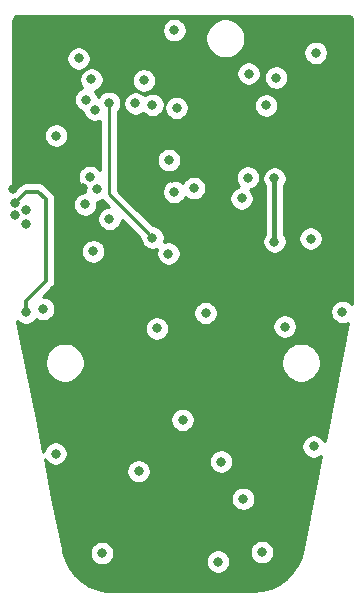
<source format=gbr>
G04 #@! TF.GenerationSoftware,KiCad,Pcbnew,(5.1.5)-3*
G04 #@! TF.CreationDate,2020-09-28T16:56:36+02:00*
G04 #@! TF.ProjectId,MAX30102_Pulse Ox,4d415833-3031-4303-925f-50756c736520,v1.4*
G04 #@! TF.SameCoordinates,Original*
G04 #@! TF.FileFunction,Copper,L3,Inr*
G04 #@! TF.FilePolarity,Positive*
%FSLAX46Y46*%
G04 Gerber Fmt 4.6, Leading zero omitted, Abs format (unit mm)*
G04 Created by KiCad (PCBNEW (5.1.5)-3) date 2020-09-28 16:56:36*
%MOMM*%
%LPD*%
G04 APERTURE LIST*
%ADD10C,0.800000*%
%ADD11C,0.381000*%
%ADD12C,0.254000*%
%ADD13C,0.304800*%
G04 APERTURE END LIST*
D10*
X144275000Y-76850000D03*
X136175000Y-79250000D03*
X149975000Y-91100000D03*
X144275000Y-90550000D03*
X130825000Y-92525000D03*
X158500000Y-100700000D03*
X156075000Y-112100000D03*
X134225000Y-112700000D03*
X144975000Y-109850000D03*
X146925000Y-100800000D03*
X156250000Y-78775000D03*
X152900000Y-80875000D03*
X143825493Y-87854661D03*
X155825000Y-94500000D03*
X147975000Y-121850000D03*
X151700000Y-121050000D03*
X138150000Y-121125000D03*
X152050000Y-76150000D03*
X149025000Y-80550000D03*
X148350000Y-114999990D03*
X130649799Y-90316780D03*
X136575000Y-90200000D03*
X144050000Y-89375000D03*
X140625000Y-101100000D03*
X136650000Y-101050000D03*
X135075000Y-101075000D03*
X152750000Y-89400000D03*
X153625000Y-101950000D03*
X152750000Y-94750000D03*
X143775000Y-95775000D03*
X150100000Y-116525000D03*
X145925000Y-90225000D03*
X150575000Y-80525000D03*
X144475000Y-83425000D03*
X142425000Y-83175000D03*
X150500000Y-89329410D03*
X140975000Y-83050000D03*
X137525000Y-83575000D03*
X137125000Y-89300000D03*
X137725000Y-90325000D03*
X136800000Y-82725000D03*
X136725000Y-91600000D03*
X138787500Y-92837500D03*
X141700000Y-81100000D03*
X137400000Y-95575002D03*
X148250000Y-113375000D03*
X142425000Y-94425000D03*
X138750000Y-83000000D03*
X152050000Y-83225000D03*
X131725000Y-100750000D03*
X130825000Y-91450000D03*
X134275000Y-85775000D03*
X131705443Y-93225000D03*
X133175000Y-100450000D03*
X131750000Y-92075000D03*
X137250000Y-81025000D03*
X141250000Y-114200000D03*
X142800000Y-102100000D03*
D11*
X152750000Y-94184315D02*
X152750000Y-89400000D01*
X152750000Y-94750000D02*
X152750000Y-94184315D01*
D12*
X142425000Y-94425000D02*
X142025001Y-94025001D01*
X142025001Y-94025001D02*
X140400000Y-92400000D01*
X140400000Y-92400000D02*
X138750000Y-90750000D01*
X138750000Y-90750000D02*
X138750000Y-83000000D01*
D13*
X131725000Y-99750000D02*
X133425000Y-98050000D01*
X131224999Y-91050001D02*
X130825000Y-91450000D01*
X133425000Y-91175000D02*
X132775000Y-90525000D01*
X131750000Y-90525000D02*
X131224999Y-91050001D01*
X132775000Y-90525000D02*
X131750000Y-90525000D01*
X131725000Y-100750000D02*
X131725000Y-99750000D01*
X133425000Y-98050000D02*
X133425000Y-91175000D01*
D12*
G36*
X159065424Y-75669580D02*
G01*
X159128356Y-75688580D01*
X159186405Y-75719445D01*
X159237343Y-75760989D01*
X159279248Y-75811644D01*
X159310515Y-75869471D01*
X159329956Y-75932272D01*
X159340000Y-76027835D01*
X159340001Y-99934440D01*
X159315350Y-100057307D01*
X159303937Y-100040226D01*
X159159774Y-99896063D01*
X158990256Y-99782795D01*
X158801898Y-99704774D01*
X158601939Y-99665000D01*
X158398061Y-99665000D01*
X158198102Y-99704774D01*
X158009744Y-99782795D01*
X157840226Y-99896063D01*
X157696063Y-100040226D01*
X157582795Y-100209744D01*
X157504774Y-100398102D01*
X157465000Y-100598061D01*
X157465000Y-100801939D01*
X157504774Y-101001898D01*
X157582795Y-101190256D01*
X157696063Y-101359774D01*
X157840226Y-101503937D01*
X158009744Y-101617205D01*
X158198102Y-101695226D01*
X158398061Y-101735000D01*
X158601939Y-101735000D01*
X158801898Y-101695226D01*
X158990256Y-101617205D01*
X159004267Y-101607843D01*
X156995833Y-111618503D01*
X156992205Y-111609744D01*
X156878937Y-111440226D01*
X156734774Y-111296063D01*
X156565256Y-111182795D01*
X156376898Y-111104774D01*
X156176939Y-111065000D01*
X155973061Y-111065000D01*
X155773102Y-111104774D01*
X155584744Y-111182795D01*
X155415226Y-111296063D01*
X155271063Y-111440226D01*
X155157795Y-111609744D01*
X155079774Y-111798102D01*
X155040000Y-111998061D01*
X155040000Y-112201939D01*
X155079774Y-112401898D01*
X155157795Y-112590256D01*
X155271063Y-112759774D01*
X155415226Y-112903937D01*
X155584744Y-113017205D01*
X155773102Y-113095226D01*
X155973061Y-113135000D01*
X156176939Y-113135000D01*
X156376898Y-113095226D01*
X156565256Y-113017205D01*
X156734774Y-112903937D01*
X156738731Y-112899980D01*
X155178113Y-120678588D01*
X154990627Y-121456002D01*
X154687033Y-122145680D01*
X154266108Y-122770694D01*
X153741155Y-123311291D01*
X153128766Y-123750382D01*
X152448303Y-124074088D01*
X151721265Y-124272180D01*
X150944438Y-124340706D01*
X150911011Y-124340347D01*
X150907565Y-124340007D01*
X138512990Y-124337270D01*
X137784472Y-124184369D01*
X137085701Y-123901293D01*
X136448109Y-123498954D01*
X135891837Y-122990061D01*
X135434477Y-122390704D01*
X135090481Y-121719832D01*
X134878164Y-121023061D01*
X137115000Y-121023061D01*
X137115000Y-121226939D01*
X137154774Y-121426898D01*
X137232795Y-121615256D01*
X137346063Y-121784774D01*
X137490226Y-121928937D01*
X137659744Y-122042205D01*
X137848102Y-122120226D01*
X138048061Y-122160000D01*
X138251939Y-122160000D01*
X138451898Y-122120226D01*
X138640256Y-122042205D01*
X138809774Y-121928937D01*
X138953937Y-121784774D01*
X138978467Y-121748061D01*
X146940000Y-121748061D01*
X146940000Y-121951939D01*
X146979774Y-122151898D01*
X147057795Y-122340256D01*
X147171063Y-122509774D01*
X147315226Y-122653937D01*
X147484744Y-122767205D01*
X147673102Y-122845226D01*
X147873061Y-122885000D01*
X148076939Y-122885000D01*
X148276898Y-122845226D01*
X148465256Y-122767205D01*
X148634774Y-122653937D01*
X148778937Y-122509774D01*
X148892205Y-122340256D01*
X148970226Y-122151898D01*
X149010000Y-121951939D01*
X149010000Y-121748061D01*
X148970226Y-121548102D01*
X148892205Y-121359744D01*
X148778937Y-121190226D01*
X148634774Y-121046063D01*
X148488104Y-120948061D01*
X150665000Y-120948061D01*
X150665000Y-121151939D01*
X150704774Y-121351898D01*
X150782795Y-121540256D01*
X150896063Y-121709774D01*
X151040226Y-121853937D01*
X151209744Y-121967205D01*
X151398102Y-122045226D01*
X151598061Y-122085000D01*
X151801939Y-122085000D01*
X152001898Y-122045226D01*
X152190256Y-121967205D01*
X152359774Y-121853937D01*
X152503937Y-121709774D01*
X152617205Y-121540256D01*
X152695226Y-121351898D01*
X152735000Y-121151939D01*
X152735000Y-120948061D01*
X152695226Y-120748102D01*
X152617205Y-120559744D01*
X152503937Y-120390226D01*
X152359774Y-120246063D01*
X152190256Y-120132795D01*
X152001898Y-120054774D01*
X151801939Y-120015000D01*
X151598061Y-120015000D01*
X151398102Y-120054774D01*
X151209744Y-120132795D01*
X151040226Y-120246063D01*
X150896063Y-120390226D01*
X150782795Y-120559744D01*
X150704774Y-120748102D01*
X150665000Y-120948061D01*
X148488104Y-120948061D01*
X148465256Y-120932795D01*
X148276898Y-120854774D01*
X148076939Y-120815000D01*
X147873061Y-120815000D01*
X147673102Y-120854774D01*
X147484744Y-120932795D01*
X147315226Y-121046063D01*
X147171063Y-121190226D01*
X147057795Y-121359744D01*
X146979774Y-121548102D01*
X146940000Y-121748061D01*
X138978467Y-121748061D01*
X139067205Y-121615256D01*
X139145226Y-121426898D01*
X139185000Y-121226939D01*
X139185000Y-121023061D01*
X139145226Y-120823102D01*
X139067205Y-120634744D01*
X138953937Y-120465226D01*
X138809774Y-120321063D01*
X138640256Y-120207795D01*
X138451898Y-120129774D01*
X138251939Y-120090000D01*
X138048061Y-120090000D01*
X137848102Y-120129774D01*
X137659744Y-120207795D01*
X137490226Y-120321063D01*
X137346063Y-120465226D01*
X137232795Y-120634744D01*
X137154774Y-120823102D01*
X137115000Y-121023061D01*
X134878164Y-121023061D01*
X134864718Y-120978935D01*
X134829116Y-120783119D01*
X134828542Y-120777352D01*
X133957684Y-116423061D01*
X149065000Y-116423061D01*
X149065000Y-116626939D01*
X149104774Y-116826898D01*
X149182795Y-117015256D01*
X149296063Y-117184774D01*
X149440226Y-117328937D01*
X149609744Y-117442205D01*
X149798102Y-117520226D01*
X149998061Y-117560000D01*
X150201939Y-117560000D01*
X150401898Y-117520226D01*
X150590256Y-117442205D01*
X150759774Y-117328937D01*
X150903937Y-117184774D01*
X151017205Y-117015256D01*
X151095226Y-116826898D01*
X151135000Y-116626939D01*
X151135000Y-116423061D01*
X151095226Y-116223102D01*
X151017205Y-116034744D01*
X150903937Y-115865226D01*
X150759774Y-115721063D01*
X150590256Y-115607795D01*
X150401898Y-115529774D01*
X150201939Y-115490000D01*
X149998061Y-115490000D01*
X149798102Y-115529774D01*
X149609744Y-115607795D01*
X149440226Y-115721063D01*
X149296063Y-115865226D01*
X149182795Y-116034744D01*
X149104774Y-116223102D01*
X149065000Y-116423061D01*
X133957684Y-116423061D01*
X133492684Y-114098061D01*
X140215000Y-114098061D01*
X140215000Y-114301939D01*
X140254774Y-114501898D01*
X140332795Y-114690256D01*
X140446063Y-114859774D01*
X140590226Y-115003937D01*
X140759744Y-115117205D01*
X140948102Y-115195226D01*
X141148061Y-115235000D01*
X141351939Y-115235000D01*
X141551898Y-115195226D01*
X141740256Y-115117205D01*
X141909774Y-115003937D01*
X142053937Y-114859774D01*
X142167205Y-114690256D01*
X142245226Y-114501898D01*
X142285000Y-114301939D01*
X142285000Y-114098061D01*
X142245226Y-113898102D01*
X142167205Y-113709744D01*
X142053937Y-113540226D01*
X141909774Y-113396063D01*
X141740256Y-113282795D01*
X141716757Y-113273061D01*
X147215000Y-113273061D01*
X147215000Y-113476939D01*
X147254774Y-113676898D01*
X147332795Y-113865256D01*
X147446063Y-114034774D01*
X147590226Y-114178937D01*
X147759744Y-114292205D01*
X147948102Y-114370226D01*
X148148061Y-114410000D01*
X148351939Y-114410000D01*
X148551898Y-114370226D01*
X148740256Y-114292205D01*
X148909774Y-114178937D01*
X149053937Y-114034774D01*
X149167205Y-113865256D01*
X149245226Y-113676898D01*
X149285000Y-113476939D01*
X149285000Y-113273061D01*
X149245226Y-113073102D01*
X149167205Y-112884744D01*
X149053937Y-112715226D01*
X148909774Y-112571063D01*
X148740256Y-112457795D01*
X148551898Y-112379774D01*
X148351939Y-112340000D01*
X148148061Y-112340000D01*
X147948102Y-112379774D01*
X147759744Y-112457795D01*
X147590226Y-112571063D01*
X147446063Y-112715226D01*
X147332795Y-112884744D01*
X147254774Y-113073102D01*
X147215000Y-113273061D01*
X141716757Y-113273061D01*
X141551898Y-113204774D01*
X141351939Y-113165000D01*
X141148061Y-113165000D01*
X140948102Y-113204774D01*
X140759744Y-113282795D01*
X140590226Y-113396063D01*
X140446063Y-113540226D01*
X140332795Y-113709744D01*
X140254774Y-113898102D01*
X140215000Y-114098061D01*
X133492684Y-114098061D01*
X133312544Y-113197363D01*
X133421063Y-113359774D01*
X133565226Y-113503937D01*
X133734744Y-113617205D01*
X133923102Y-113695226D01*
X134123061Y-113735000D01*
X134326939Y-113735000D01*
X134526898Y-113695226D01*
X134715256Y-113617205D01*
X134884774Y-113503937D01*
X135028937Y-113359774D01*
X135142205Y-113190256D01*
X135220226Y-113001898D01*
X135260000Y-112801939D01*
X135260000Y-112598061D01*
X135220226Y-112398102D01*
X135142205Y-112209744D01*
X135028937Y-112040226D01*
X134884774Y-111896063D01*
X134715256Y-111782795D01*
X134526898Y-111704774D01*
X134326939Y-111665000D01*
X134123061Y-111665000D01*
X133923102Y-111704774D01*
X133734744Y-111782795D01*
X133565226Y-111896063D01*
X133421063Y-112040226D01*
X133307795Y-112209744D01*
X133229774Y-112398102D01*
X133191338Y-112591335D01*
X132622684Y-109748061D01*
X143940000Y-109748061D01*
X143940000Y-109951939D01*
X143979774Y-110151898D01*
X144057795Y-110340256D01*
X144171063Y-110509774D01*
X144315226Y-110653937D01*
X144484744Y-110767205D01*
X144673102Y-110845226D01*
X144873061Y-110885000D01*
X145076939Y-110885000D01*
X145276898Y-110845226D01*
X145465256Y-110767205D01*
X145634774Y-110653937D01*
X145778937Y-110509774D01*
X145892205Y-110340256D01*
X145970226Y-110151898D01*
X146010000Y-109951939D01*
X146010000Y-109748061D01*
X145970226Y-109548102D01*
X145892205Y-109359744D01*
X145778937Y-109190226D01*
X145634774Y-109046063D01*
X145465256Y-108932795D01*
X145276898Y-108854774D01*
X145076939Y-108815000D01*
X144873061Y-108815000D01*
X144673102Y-108854774D01*
X144484744Y-108932795D01*
X144315226Y-109046063D01*
X144171063Y-109190226D01*
X144057795Y-109359744D01*
X143979774Y-109548102D01*
X143940000Y-109748061D01*
X132622684Y-109748061D01*
X131639880Y-104834042D01*
X133315000Y-104834042D01*
X133315000Y-105165958D01*
X133379754Y-105491496D01*
X133506772Y-105798147D01*
X133691175Y-106074125D01*
X133925875Y-106308825D01*
X134201853Y-106493228D01*
X134508504Y-106620246D01*
X134834042Y-106685000D01*
X135165958Y-106685000D01*
X135491496Y-106620246D01*
X135798147Y-106493228D01*
X136074125Y-106308825D01*
X136308825Y-106074125D01*
X136493228Y-105798147D01*
X136620246Y-105491496D01*
X136685000Y-105165958D01*
X136685000Y-104834042D01*
X153315000Y-104834042D01*
X153315000Y-105165958D01*
X153379754Y-105491496D01*
X153506772Y-105798147D01*
X153691175Y-106074125D01*
X153925875Y-106308825D01*
X154201853Y-106493228D01*
X154508504Y-106620246D01*
X154834042Y-106685000D01*
X155165958Y-106685000D01*
X155491496Y-106620246D01*
X155798147Y-106493228D01*
X156074125Y-106308825D01*
X156308825Y-106074125D01*
X156493228Y-105798147D01*
X156620246Y-105491496D01*
X156685000Y-105165958D01*
X156685000Y-104834042D01*
X156620246Y-104508504D01*
X156493228Y-104201853D01*
X156308825Y-103925875D01*
X156074125Y-103691175D01*
X155798147Y-103506772D01*
X155491496Y-103379754D01*
X155165958Y-103315000D01*
X154834042Y-103315000D01*
X154508504Y-103379754D01*
X154201853Y-103506772D01*
X153925875Y-103691175D01*
X153691175Y-103925875D01*
X153506772Y-104201853D01*
X153379754Y-104508504D01*
X153315000Y-104834042D01*
X136685000Y-104834042D01*
X136620246Y-104508504D01*
X136493228Y-104201853D01*
X136308825Y-103925875D01*
X136074125Y-103691175D01*
X135798147Y-103506772D01*
X135491496Y-103379754D01*
X135165958Y-103315000D01*
X134834042Y-103315000D01*
X134508504Y-103379754D01*
X134201853Y-103506772D01*
X133925875Y-103691175D01*
X133691175Y-103925875D01*
X133506772Y-104201853D01*
X133379754Y-104508504D01*
X133315000Y-104834042D01*
X131639880Y-104834042D01*
X131072683Y-101998061D01*
X141765000Y-101998061D01*
X141765000Y-102201939D01*
X141804774Y-102401898D01*
X141882795Y-102590256D01*
X141996063Y-102759774D01*
X142140226Y-102903937D01*
X142309744Y-103017205D01*
X142498102Y-103095226D01*
X142698061Y-103135000D01*
X142901939Y-103135000D01*
X143101898Y-103095226D01*
X143290256Y-103017205D01*
X143459774Y-102903937D01*
X143603937Y-102759774D01*
X143717205Y-102590256D01*
X143795226Y-102401898D01*
X143835000Y-102201939D01*
X143835000Y-101998061D01*
X143805164Y-101848061D01*
X152590000Y-101848061D01*
X152590000Y-102051939D01*
X152629774Y-102251898D01*
X152707795Y-102440256D01*
X152821063Y-102609774D01*
X152965226Y-102753937D01*
X153134744Y-102867205D01*
X153323102Y-102945226D01*
X153523061Y-102985000D01*
X153726939Y-102985000D01*
X153926898Y-102945226D01*
X154115256Y-102867205D01*
X154284774Y-102753937D01*
X154428937Y-102609774D01*
X154542205Y-102440256D01*
X154620226Y-102251898D01*
X154660000Y-102051939D01*
X154660000Y-101848061D01*
X154620226Y-101648102D01*
X154542205Y-101459744D01*
X154428937Y-101290226D01*
X154284774Y-101146063D01*
X154115256Y-101032795D01*
X153926898Y-100954774D01*
X153726939Y-100915000D01*
X153523061Y-100915000D01*
X153323102Y-100954774D01*
X153134744Y-101032795D01*
X152965226Y-101146063D01*
X152821063Y-101290226D01*
X152707795Y-101459744D01*
X152629774Y-101648102D01*
X152590000Y-101848061D01*
X143805164Y-101848061D01*
X143795226Y-101798102D01*
X143717205Y-101609744D01*
X143603937Y-101440226D01*
X143459774Y-101296063D01*
X143290256Y-101182795D01*
X143101898Y-101104774D01*
X142901939Y-101065000D01*
X142698061Y-101065000D01*
X142498102Y-101104774D01*
X142309744Y-101182795D01*
X142140226Y-101296063D01*
X141996063Y-101440226D01*
X141882795Y-101609744D01*
X141804774Y-101798102D01*
X141765000Y-101998061D01*
X131072683Y-101998061D01*
X130963516Y-101452227D01*
X131065226Y-101553937D01*
X131234744Y-101667205D01*
X131423102Y-101745226D01*
X131623061Y-101785000D01*
X131826939Y-101785000D01*
X132026898Y-101745226D01*
X132215256Y-101667205D01*
X132384774Y-101553937D01*
X132528937Y-101409774D01*
X132596692Y-101308371D01*
X132684744Y-101367205D01*
X132873102Y-101445226D01*
X133073061Y-101485000D01*
X133276939Y-101485000D01*
X133476898Y-101445226D01*
X133665256Y-101367205D01*
X133834774Y-101253937D01*
X133978937Y-101109774D01*
X134092205Y-100940256D01*
X134170226Y-100751898D01*
X134180934Y-100698061D01*
X145890000Y-100698061D01*
X145890000Y-100901939D01*
X145929774Y-101101898D01*
X146007795Y-101290256D01*
X146121063Y-101459774D01*
X146265226Y-101603937D01*
X146434744Y-101717205D01*
X146623102Y-101795226D01*
X146823061Y-101835000D01*
X147026939Y-101835000D01*
X147226898Y-101795226D01*
X147415256Y-101717205D01*
X147584774Y-101603937D01*
X147728937Y-101459774D01*
X147842205Y-101290256D01*
X147920226Y-101101898D01*
X147960000Y-100901939D01*
X147960000Y-100698061D01*
X147920226Y-100498102D01*
X147842205Y-100309744D01*
X147728937Y-100140226D01*
X147584774Y-99996063D01*
X147415256Y-99882795D01*
X147226898Y-99804774D01*
X147026939Y-99765000D01*
X146823061Y-99765000D01*
X146623102Y-99804774D01*
X146434744Y-99882795D01*
X146265226Y-99996063D01*
X146121063Y-100140226D01*
X146007795Y-100309744D01*
X145929774Y-100498102D01*
X145890000Y-100698061D01*
X134180934Y-100698061D01*
X134210000Y-100551939D01*
X134210000Y-100348061D01*
X134170226Y-100148102D01*
X134092205Y-99959744D01*
X133978937Y-99790226D01*
X133834774Y-99646063D01*
X133665256Y-99532795D01*
X133476898Y-99454774D01*
X133276939Y-99415000D01*
X133173551Y-99415000D01*
X133954429Y-98634122D01*
X133984469Y-98609469D01*
X134082866Y-98489572D01*
X134155982Y-98352783D01*
X134201006Y-98204357D01*
X134212400Y-98088673D01*
X134212400Y-98088664D01*
X134216208Y-98050001D01*
X134212400Y-98011338D01*
X134212400Y-95473063D01*
X136365000Y-95473063D01*
X136365000Y-95676941D01*
X136404774Y-95876900D01*
X136482795Y-96065258D01*
X136596063Y-96234776D01*
X136740226Y-96378939D01*
X136909744Y-96492207D01*
X137098102Y-96570228D01*
X137298061Y-96610002D01*
X137501939Y-96610002D01*
X137701898Y-96570228D01*
X137890256Y-96492207D01*
X138059774Y-96378939D01*
X138203937Y-96234776D01*
X138317205Y-96065258D01*
X138395226Y-95876900D01*
X138435000Y-95676941D01*
X138435000Y-95473063D01*
X138395226Y-95273104D01*
X138317205Y-95084746D01*
X138203937Y-94915228D01*
X138059774Y-94771065D01*
X137890256Y-94657797D01*
X137701898Y-94579776D01*
X137501939Y-94540002D01*
X137298061Y-94540002D01*
X137098102Y-94579776D01*
X136909744Y-94657797D01*
X136740226Y-94771065D01*
X136596063Y-94915228D01*
X136482795Y-95084746D01*
X136404774Y-95273104D01*
X136365000Y-95473063D01*
X134212400Y-95473063D01*
X134212400Y-91498061D01*
X135690000Y-91498061D01*
X135690000Y-91701939D01*
X135729774Y-91901898D01*
X135807795Y-92090256D01*
X135921063Y-92259774D01*
X136065226Y-92403937D01*
X136234744Y-92517205D01*
X136423102Y-92595226D01*
X136623061Y-92635000D01*
X136826939Y-92635000D01*
X137026898Y-92595226D01*
X137215256Y-92517205D01*
X137384774Y-92403937D01*
X137528937Y-92259774D01*
X137642205Y-92090256D01*
X137720226Y-91901898D01*
X137760000Y-91701939D01*
X137760000Y-91498061D01*
X137732538Y-91360000D01*
X137826939Y-91360000D01*
X138026898Y-91320226D01*
X138180128Y-91256755D01*
X138208578Y-91291422D01*
X138237654Y-91315284D01*
X138724870Y-91802500D01*
X138685561Y-91802500D01*
X138485602Y-91842274D01*
X138297244Y-91920295D01*
X138127726Y-92033563D01*
X137983563Y-92177726D01*
X137870295Y-92347244D01*
X137792274Y-92535602D01*
X137752500Y-92735561D01*
X137752500Y-92939439D01*
X137792274Y-93139398D01*
X137870295Y-93327756D01*
X137983563Y-93497274D01*
X138127726Y-93641437D01*
X138297244Y-93754705D01*
X138485602Y-93832726D01*
X138685561Y-93872500D01*
X138889439Y-93872500D01*
X139089398Y-93832726D01*
X139277756Y-93754705D01*
X139447274Y-93641437D01*
X139591437Y-93497274D01*
X139704705Y-93327756D01*
X139782726Y-93139398D01*
X139822500Y-92939439D01*
X139822500Y-92900131D01*
X139887648Y-92965279D01*
X139887653Y-92965283D01*
X141390000Y-94467631D01*
X141390000Y-94526939D01*
X141429774Y-94726898D01*
X141507795Y-94915256D01*
X141621063Y-95084774D01*
X141765226Y-95228937D01*
X141934744Y-95342205D01*
X142123102Y-95420226D01*
X142323061Y-95460000D01*
X142526939Y-95460000D01*
X142726898Y-95420226D01*
X142817163Y-95382837D01*
X142779774Y-95473102D01*
X142740000Y-95673061D01*
X142740000Y-95876939D01*
X142779774Y-96076898D01*
X142857795Y-96265256D01*
X142971063Y-96434774D01*
X143115226Y-96578937D01*
X143284744Y-96692205D01*
X143473102Y-96770226D01*
X143673061Y-96810000D01*
X143876939Y-96810000D01*
X144076898Y-96770226D01*
X144265256Y-96692205D01*
X144434774Y-96578937D01*
X144578937Y-96434774D01*
X144692205Y-96265256D01*
X144770226Y-96076898D01*
X144810000Y-95876939D01*
X144810000Y-95673061D01*
X144770226Y-95473102D01*
X144692205Y-95284744D01*
X144578937Y-95115226D01*
X144434774Y-94971063D01*
X144265256Y-94857795D01*
X144076898Y-94779774D01*
X143876939Y-94740000D01*
X143673061Y-94740000D01*
X143473102Y-94779774D01*
X143382837Y-94817163D01*
X143420226Y-94726898D01*
X143460000Y-94526939D01*
X143460000Y-94323061D01*
X143420226Y-94123102D01*
X143342205Y-93934744D01*
X143228937Y-93765226D01*
X143084774Y-93621063D01*
X142915256Y-93507795D01*
X142726898Y-93429774D01*
X142526939Y-93390000D01*
X142467631Y-93390000D01*
X140965283Y-91887653D01*
X140965279Y-91887648D01*
X139525692Y-90448061D01*
X143240000Y-90448061D01*
X143240000Y-90651939D01*
X143279774Y-90851898D01*
X143357795Y-91040256D01*
X143471063Y-91209774D01*
X143615226Y-91353937D01*
X143784744Y-91467205D01*
X143973102Y-91545226D01*
X144173061Y-91585000D01*
X144376939Y-91585000D01*
X144576898Y-91545226D01*
X144765256Y-91467205D01*
X144934774Y-91353937D01*
X145078937Y-91209774D01*
X145192205Y-91040256D01*
X145216908Y-90980619D01*
X145265226Y-91028937D01*
X145434744Y-91142205D01*
X145623102Y-91220226D01*
X145823061Y-91260000D01*
X146026939Y-91260000D01*
X146226898Y-91220226D01*
X146415256Y-91142205D01*
X146584774Y-91028937D01*
X146615650Y-90998061D01*
X148940000Y-90998061D01*
X148940000Y-91201939D01*
X148979774Y-91401898D01*
X149057795Y-91590256D01*
X149171063Y-91759774D01*
X149315226Y-91903937D01*
X149484744Y-92017205D01*
X149673102Y-92095226D01*
X149873061Y-92135000D01*
X150076939Y-92135000D01*
X150276898Y-92095226D01*
X150465256Y-92017205D01*
X150634774Y-91903937D01*
X150778937Y-91759774D01*
X150892205Y-91590256D01*
X150970226Y-91401898D01*
X151010000Y-91201939D01*
X151010000Y-90998061D01*
X150970226Y-90798102D01*
X150892205Y-90609744D01*
X150778937Y-90440226D01*
X150686334Y-90347623D01*
X150801898Y-90324636D01*
X150990256Y-90246615D01*
X151159774Y-90133347D01*
X151303937Y-89989184D01*
X151417205Y-89819666D01*
X151495226Y-89631308D01*
X151535000Y-89431349D01*
X151535000Y-89298061D01*
X151715000Y-89298061D01*
X151715000Y-89501939D01*
X151754774Y-89701898D01*
X151832795Y-89890256D01*
X151924501Y-90027504D01*
X151924500Y-94122497D01*
X151832795Y-94259744D01*
X151754774Y-94448102D01*
X151715000Y-94648061D01*
X151715000Y-94851939D01*
X151754774Y-95051898D01*
X151832795Y-95240256D01*
X151946063Y-95409774D01*
X152090226Y-95553937D01*
X152259744Y-95667205D01*
X152448102Y-95745226D01*
X152648061Y-95785000D01*
X152851939Y-95785000D01*
X153051898Y-95745226D01*
X153240256Y-95667205D01*
X153409774Y-95553937D01*
X153553937Y-95409774D01*
X153667205Y-95240256D01*
X153745226Y-95051898D01*
X153785000Y-94851939D01*
X153785000Y-94648061D01*
X153745226Y-94448102D01*
X153724499Y-94398061D01*
X154790000Y-94398061D01*
X154790000Y-94601939D01*
X154829774Y-94801898D01*
X154907795Y-94990256D01*
X155021063Y-95159774D01*
X155165226Y-95303937D01*
X155334744Y-95417205D01*
X155523102Y-95495226D01*
X155723061Y-95535000D01*
X155926939Y-95535000D01*
X156126898Y-95495226D01*
X156315256Y-95417205D01*
X156484774Y-95303937D01*
X156628937Y-95159774D01*
X156742205Y-94990256D01*
X156820226Y-94801898D01*
X156860000Y-94601939D01*
X156860000Y-94398061D01*
X156820226Y-94198102D01*
X156742205Y-94009744D01*
X156628937Y-93840226D01*
X156484774Y-93696063D01*
X156315256Y-93582795D01*
X156126898Y-93504774D01*
X155926939Y-93465000D01*
X155723061Y-93465000D01*
X155523102Y-93504774D01*
X155334744Y-93582795D01*
X155165226Y-93696063D01*
X155021063Y-93840226D01*
X154907795Y-94009744D01*
X154829774Y-94198102D01*
X154790000Y-94398061D01*
X153724499Y-94398061D01*
X153667205Y-94259744D01*
X153575500Y-94122497D01*
X153575500Y-90027503D01*
X153667205Y-89890256D01*
X153745226Y-89701898D01*
X153785000Y-89501939D01*
X153785000Y-89298061D01*
X153745226Y-89098102D01*
X153667205Y-88909744D01*
X153553937Y-88740226D01*
X153409774Y-88596063D01*
X153240256Y-88482795D01*
X153051898Y-88404774D01*
X152851939Y-88365000D01*
X152648061Y-88365000D01*
X152448102Y-88404774D01*
X152259744Y-88482795D01*
X152090226Y-88596063D01*
X151946063Y-88740226D01*
X151832795Y-88909744D01*
X151754774Y-89098102D01*
X151715000Y-89298061D01*
X151535000Y-89298061D01*
X151535000Y-89227471D01*
X151495226Y-89027512D01*
X151417205Y-88839154D01*
X151303937Y-88669636D01*
X151159774Y-88525473D01*
X150990256Y-88412205D01*
X150801898Y-88334184D01*
X150601939Y-88294410D01*
X150398061Y-88294410D01*
X150198102Y-88334184D01*
X150009744Y-88412205D01*
X149840226Y-88525473D01*
X149696063Y-88669636D01*
X149582795Y-88839154D01*
X149504774Y-89027512D01*
X149465000Y-89227471D01*
X149465000Y-89431349D01*
X149504774Y-89631308D01*
X149582795Y-89819666D01*
X149696063Y-89989184D01*
X149788666Y-90081787D01*
X149673102Y-90104774D01*
X149484744Y-90182795D01*
X149315226Y-90296063D01*
X149171063Y-90440226D01*
X149057795Y-90609744D01*
X148979774Y-90798102D01*
X148940000Y-90998061D01*
X146615650Y-90998061D01*
X146728937Y-90884774D01*
X146842205Y-90715256D01*
X146920226Y-90526898D01*
X146960000Y-90326939D01*
X146960000Y-90123061D01*
X146920226Y-89923102D01*
X146842205Y-89734744D01*
X146728937Y-89565226D01*
X146584774Y-89421063D01*
X146415256Y-89307795D01*
X146226898Y-89229774D01*
X146026939Y-89190000D01*
X145823061Y-89190000D01*
X145623102Y-89229774D01*
X145434744Y-89307795D01*
X145265226Y-89421063D01*
X145121063Y-89565226D01*
X145007795Y-89734744D01*
X144983092Y-89794381D01*
X144934774Y-89746063D01*
X144765256Y-89632795D01*
X144576898Y-89554774D01*
X144376939Y-89515000D01*
X144173061Y-89515000D01*
X143973102Y-89554774D01*
X143784744Y-89632795D01*
X143615226Y-89746063D01*
X143471063Y-89890226D01*
X143357795Y-90059744D01*
X143279774Y-90248102D01*
X143240000Y-90448061D01*
X139525692Y-90448061D01*
X139512000Y-90434370D01*
X139512000Y-87752722D01*
X142790493Y-87752722D01*
X142790493Y-87956600D01*
X142830267Y-88156559D01*
X142908288Y-88344917D01*
X143021556Y-88514435D01*
X143165719Y-88658598D01*
X143335237Y-88771866D01*
X143523595Y-88849887D01*
X143723554Y-88889661D01*
X143927432Y-88889661D01*
X144127391Y-88849887D01*
X144315749Y-88771866D01*
X144485267Y-88658598D01*
X144629430Y-88514435D01*
X144742698Y-88344917D01*
X144820719Y-88156559D01*
X144860493Y-87956600D01*
X144860493Y-87752722D01*
X144820719Y-87552763D01*
X144742698Y-87364405D01*
X144629430Y-87194887D01*
X144485267Y-87050724D01*
X144315749Y-86937456D01*
X144127391Y-86859435D01*
X143927432Y-86819661D01*
X143723554Y-86819661D01*
X143523595Y-86859435D01*
X143335237Y-86937456D01*
X143165719Y-87050724D01*
X143021556Y-87194887D01*
X142908288Y-87364405D01*
X142830267Y-87552763D01*
X142790493Y-87752722D01*
X139512000Y-87752722D01*
X139512000Y-83701711D01*
X139553937Y-83659774D01*
X139667205Y-83490256D01*
X139745226Y-83301898D01*
X139785000Y-83101939D01*
X139785000Y-82948061D01*
X139940000Y-82948061D01*
X139940000Y-83151939D01*
X139979774Y-83351898D01*
X140057795Y-83540256D01*
X140171063Y-83709774D01*
X140315226Y-83853937D01*
X140484744Y-83967205D01*
X140673102Y-84045226D01*
X140873061Y-84085000D01*
X141076939Y-84085000D01*
X141276898Y-84045226D01*
X141465256Y-83967205D01*
X141634774Y-83853937D01*
X141637500Y-83851211D01*
X141765226Y-83978937D01*
X141934744Y-84092205D01*
X142123102Y-84170226D01*
X142323061Y-84210000D01*
X142526939Y-84210000D01*
X142726898Y-84170226D01*
X142915256Y-84092205D01*
X143084774Y-83978937D01*
X143228937Y-83834774D01*
X143342205Y-83665256D01*
X143420226Y-83476898D01*
X143440000Y-83377487D01*
X143440000Y-83526939D01*
X143479774Y-83726898D01*
X143557795Y-83915256D01*
X143671063Y-84084774D01*
X143815226Y-84228937D01*
X143984744Y-84342205D01*
X144173102Y-84420226D01*
X144373061Y-84460000D01*
X144576939Y-84460000D01*
X144776898Y-84420226D01*
X144965256Y-84342205D01*
X145134774Y-84228937D01*
X145278937Y-84084774D01*
X145392205Y-83915256D01*
X145470226Y-83726898D01*
X145510000Y-83526939D01*
X145510000Y-83323061D01*
X145470226Y-83123102D01*
X145470210Y-83123061D01*
X151015000Y-83123061D01*
X151015000Y-83326939D01*
X151054774Y-83526898D01*
X151132795Y-83715256D01*
X151246063Y-83884774D01*
X151390226Y-84028937D01*
X151559744Y-84142205D01*
X151748102Y-84220226D01*
X151948061Y-84260000D01*
X152151939Y-84260000D01*
X152351898Y-84220226D01*
X152540256Y-84142205D01*
X152709774Y-84028937D01*
X152853937Y-83884774D01*
X152967205Y-83715256D01*
X153045226Y-83526898D01*
X153085000Y-83326939D01*
X153085000Y-83123061D01*
X153045226Y-82923102D01*
X152967205Y-82734744D01*
X152853937Y-82565226D01*
X152709774Y-82421063D01*
X152540256Y-82307795D01*
X152351898Y-82229774D01*
X152151939Y-82190000D01*
X151948061Y-82190000D01*
X151748102Y-82229774D01*
X151559744Y-82307795D01*
X151390226Y-82421063D01*
X151246063Y-82565226D01*
X151132795Y-82734744D01*
X151054774Y-82923102D01*
X151015000Y-83123061D01*
X145470210Y-83123061D01*
X145392205Y-82934744D01*
X145278937Y-82765226D01*
X145134774Y-82621063D01*
X144965256Y-82507795D01*
X144776898Y-82429774D01*
X144576939Y-82390000D01*
X144373061Y-82390000D01*
X144173102Y-82429774D01*
X143984744Y-82507795D01*
X143815226Y-82621063D01*
X143671063Y-82765226D01*
X143557795Y-82934744D01*
X143479774Y-83123102D01*
X143460000Y-83222513D01*
X143460000Y-83073061D01*
X143420226Y-82873102D01*
X143342205Y-82684744D01*
X143228937Y-82515226D01*
X143084774Y-82371063D01*
X142915256Y-82257795D01*
X142726898Y-82179774D01*
X142526939Y-82140000D01*
X142323061Y-82140000D01*
X142123102Y-82179774D01*
X141934744Y-82257795D01*
X141765226Y-82371063D01*
X141762500Y-82373789D01*
X141634774Y-82246063D01*
X141465256Y-82132795D01*
X141276898Y-82054774D01*
X141076939Y-82015000D01*
X140873061Y-82015000D01*
X140673102Y-82054774D01*
X140484744Y-82132795D01*
X140315226Y-82246063D01*
X140171063Y-82390226D01*
X140057795Y-82559744D01*
X139979774Y-82748102D01*
X139940000Y-82948061D01*
X139785000Y-82948061D01*
X139785000Y-82898061D01*
X139745226Y-82698102D01*
X139667205Y-82509744D01*
X139553937Y-82340226D01*
X139409774Y-82196063D01*
X139240256Y-82082795D01*
X139051898Y-82004774D01*
X138851939Y-81965000D01*
X138648061Y-81965000D01*
X138448102Y-82004774D01*
X138259744Y-82082795D01*
X138090226Y-82196063D01*
X137946063Y-82340226D01*
X137832795Y-82509744D01*
X137819057Y-82542910D01*
X137795226Y-82423102D01*
X137717205Y-82234744D01*
X137603937Y-82065226D01*
X137556875Y-82018164D01*
X137740256Y-81942205D01*
X137909774Y-81828937D01*
X138053937Y-81684774D01*
X138167205Y-81515256D01*
X138245226Y-81326898D01*
X138285000Y-81126939D01*
X138285000Y-80998061D01*
X140665000Y-80998061D01*
X140665000Y-81201939D01*
X140704774Y-81401898D01*
X140782795Y-81590256D01*
X140896063Y-81759774D01*
X141040226Y-81903937D01*
X141209744Y-82017205D01*
X141398102Y-82095226D01*
X141598061Y-82135000D01*
X141801939Y-82135000D01*
X142001898Y-82095226D01*
X142190256Y-82017205D01*
X142359774Y-81903937D01*
X142503937Y-81759774D01*
X142617205Y-81590256D01*
X142695226Y-81401898D01*
X142735000Y-81201939D01*
X142735000Y-80998061D01*
X142695226Y-80798102D01*
X142617205Y-80609744D01*
X142503937Y-80440226D01*
X142486772Y-80423061D01*
X149540000Y-80423061D01*
X149540000Y-80626939D01*
X149579774Y-80826898D01*
X149657795Y-81015256D01*
X149771063Y-81184774D01*
X149915226Y-81328937D01*
X150084744Y-81442205D01*
X150273102Y-81520226D01*
X150473061Y-81560000D01*
X150676939Y-81560000D01*
X150876898Y-81520226D01*
X151065256Y-81442205D01*
X151234774Y-81328937D01*
X151378937Y-81184774D01*
X151492205Y-81015256D01*
X151570226Y-80826898D01*
X151580934Y-80773061D01*
X151865000Y-80773061D01*
X151865000Y-80976939D01*
X151904774Y-81176898D01*
X151982795Y-81365256D01*
X152096063Y-81534774D01*
X152240226Y-81678937D01*
X152409744Y-81792205D01*
X152598102Y-81870226D01*
X152798061Y-81910000D01*
X153001939Y-81910000D01*
X153201898Y-81870226D01*
X153390256Y-81792205D01*
X153559774Y-81678937D01*
X153703937Y-81534774D01*
X153817205Y-81365256D01*
X153895226Y-81176898D01*
X153935000Y-80976939D01*
X153935000Y-80773061D01*
X153895226Y-80573102D01*
X153817205Y-80384744D01*
X153703937Y-80215226D01*
X153559774Y-80071063D01*
X153390256Y-79957795D01*
X153201898Y-79879774D01*
X153001939Y-79840000D01*
X152798061Y-79840000D01*
X152598102Y-79879774D01*
X152409744Y-79957795D01*
X152240226Y-80071063D01*
X152096063Y-80215226D01*
X151982795Y-80384744D01*
X151904774Y-80573102D01*
X151865000Y-80773061D01*
X151580934Y-80773061D01*
X151610000Y-80626939D01*
X151610000Y-80423061D01*
X151570226Y-80223102D01*
X151492205Y-80034744D01*
X151378937Y-79865226D01*
X151234774Y-79721063D01*
X151065256Y-79607795D01*
X150876898Y-79529774D01*
X150676939Y-79490000D01*
X150473061Y-79490000D01*
X150273102Y-79529774D01*
X150084744Y-79607795D01*
X149915226Y-79721063D01*
X149771063Y-79865226D01*
X149657795Y-80034744D01*
X149579774Y-80223102D01*
X149540000Y-80423061D01*
X142486772Y-80423061D01*
X142359774Y-80296063D01*
X142190256Y-80182795D01*
X142001898Y-80104774D01*
X141801939Y-80065000D01*
X141598061Y-80065000D01*
X141398102Y-80104774D01*
X141209744Y-80182795D01*
X141040226Y-80296063D01*
X140896063Y-80440226D01*
X140782795Y-80609744D01*
X140704774Y-80798102D01*
X140665000Y-80998061D01*
X138285000Y-80998061D01*
X138285000Y-80923061D01*
X138245226Y-80723102D01*
X138167205Y-80534744D01*
X138053937Y-80365226D01*
X137909774Y-80221063D01*
X137740256Y-80107795D01*
X137551898Y-80029774D01*
X137351939Y-79990000D01*
X137148061Y-79990000D01*
X136948102Y-80029774D01*
X136759744Y-80107795D01*
X136590226Y-80221063D01*
X136446063Y-80365226D01*
X136332795Y-80534744D01*
X136254774Y-80723102D01*
X136215000Y-80923061D01*
X136215000Y-81126939D01*
X136254774Y-81326898D01*
X136332795Y-81515256D01*
X136446063Y-81684774D01*
X136493125Y-81731836D01*
X136309744Y-81807795D01*
X136140226Y-81921063D01*
X135996063Y-82065226D01*
X135882795Y-82234744D01*
X135804774Y-82423102D01*
X135765000Y-82623061D01*
X135765000Y-82826939D01*
X135804774Y-83026898D01*
X135882795Y-83215256D01*
X135996063Y-83384774D01*
X136140226Y-83528937D01*
X136309744Y-83642205D01*
X136498102Y-83720226D01*
X136498631Y-83720331D01*
X136529774Y-83876898D01*
X136607795Y-84065256D01*
X136721063Y-84234774D01*
X136865226Y-84378937D01*
X137034744Y-84492205D01*
X137223102Y-84570226D01*
X137423061Y-84610000D01*
X137626939Y-84610000D01*
X137826898Y-84570226D01*
X137988001Y-84503495D01*
X137988000Y-88728621D01*
X137928937Y-88640226D01*
X137784774Y-88496063D01*
X137615256Y-88382795D01*
X137426898Y-88304774D01*
X137226939Y-88265000D01*
X137023061Y-88265000D01*
X136823102Y-88304774D01*
X136634744Y-88382795D01*
X136465226Y-88496063D01*
X136321063Y-88640226D01*
X136207795Y-88809744D01*
X136129774Y-88998102D01*
X136090000Y-89198061D01*
X136090000Y-89401939D01*
X136129774Y-89601898D01*
X136207795Y-89790256D01*
X136321063Y-89959774D01*
X136465226Y-90103937D01*
X136634744Y-90217205D01*
X136690000Y-90240093D01*
X136690000Y-90426939D01*
X136717462Y-90565000D01*
X136623061Y-90565000D01*
X136423102Y-90604774D01*
X136234744Y-90682795D01*
X136065226Y-90796063D01*
X135921063Y-90940226D01*
X135807795Y-91109744D01*
X135729774Y-91298102D01*
X135690000Y-91498061D01*
X134212400Y-91498061D01*
X134212400Y-91213663D01*
X134216208Y-91175000D01*
X134212400Y-91136337D01*
X134212400Y-91136327D01*
X134201006Y-91020643D01*
X134155982Y-90872217D01*
X134132231Y-90827782D01*
X134082866Y-90735427D01*
X134009121Y-90645570D01*
X133984469Y-90615531D01*
X133954427Y-90590876D01*
X133359127Y-89995577D01*
X133334469Y-89965531D01*
X133214572Y-89867134D01*
X133077783Y-89794018D01*
X132929357Y-89748994D01*
X132813673Y-89737600D01*
X132813663Y-89737600D01*
X132775000Y-89733792D01*
X132736337Y-89737600D01*
X131788665Y-89737600D01*
X131750000Y-89733792D01*
X131711335Y-89737600D01*
X131711327Y-89737600D01*
X131595643Y-89748994D01*
X131447217Y-89794018D01*
X131310428Y-89867134D01*
X131190531Y-89965531D01*
X131165876Y-89995573D01*
X130746450Y-90415000D01*
X130723061Y-90415000D01*
X130660000Y-90427544D01*
X130660000Y-85673061D01*
X133240000Y-85673061D01*
X133240000Y-85876939D01*
X133279774Y-86076898D01*
X133357795Y-86265256D01*
X133471063Y-86434774D01*
X133615226Y-86578937D01*
X133784744Y-86692205D01*
X133973102Y-86770226D01*
X134173061Y-86810000D01*
X134376939Y-86810000D01*
X134576898Y-86770226D01*
X134765256Y-86692205D01*
X134934774Y-86578937D01*
X135078937Y-86434774D01*
X135192205Y-86265256D01*
X135270226Y-86076898D01*
X135310000Y-85876939D01*
X135310000Y-85673061D01*
X135270226Y-85473102D01*
X135192205Y-85284744D01*
X135078937Y-85115226D01*
X134934774Y-84971063D01*
X134765256Y-84857795D01*
X134576898Y-84779774D01*
X134376939Y-84740000D01*
X134173061Y-84740000D01*
X133973102Y-84779774D01*
X133784744Y-84857795D01*
X133615226Y-84971063D01*
X133471063Y-85115226D01*
X133357795Y-85284744D01*
X133279774Y-85473102D01*
X133240000Y-85673061D01*
X130660000Y-85673061D01*
X130660000Y-79148061D01*
X135140000Y-79148061D01*
X135140000Y-79351939D01*
X135179774Y-79551898D01*
X135257795Y-79740256D01*
X135371063Y-79909774D01*
X135515226Y-80053937D01*
X135684744Y-80167205D01*
X135873102Y-80245226D01*
X136073061Y-80285000D01*
X136276939Y-80285000D01*
X136476898Y-80245226D01*
X136665256Y-80167205D01*
X136834774Y-80053937D01*
X136978937Y-79909774D01*
X137092205Y-79740256D01*
X137170226Y-79551898D01*
X137210000Y-79351939D01*
X137210000Y-79148061D01*
X137170226Y-78948102D01*
X137092205Y-78759744D01*
X136978937Y-78590226D01*
X136834774Y-78446063D01*
X136665256Y-78332795D01*
X136476898Y-78254774D01*
X136276939Y-78215000D01*
X136073061Y-78215000D01*
X135873102Y-78254774D01*
X135684744Y-78332795D01*
X135515226Y-78446063D01*
X135371063Y-78590226D01*
X135257795Y-78759744D01*
X135179774Y-78948102D01*
X135140000Y-79148061D01*
X130660000Y-79148061D01*
X130660000Y-76748061D01*
X143240000Y-76748061D01*
X143240000Y-76951939D01*
X143279774Y-77151898D01*
X143357795Y-77340256D01*
X143471063Y-77509774D01*
X143615226Y-77653937D01*
X143784744Y-77767205D01*
X143973102Y-77845226D01*
X144173061Y-77885000D01*
X144376939Y-77885000D01*
X144576898Y-77845226D01*
X144765256Y-77767205D01*
X144934774Y-77653937D01*
X145078937Y-77509774D01*
X145162948Y-77384042D01*
X146915000Y-77384042D01*
X146915000Y-77715958D01*
X146979754Y-78041496D01*
X147106772Y-78348147D01*
X147291175Y-78624125D01*
X147525875Y-78858825D01*
X147801853Y-79043228D01*
X148108504Y-79170246D01*
X148434042Y-79235000D01*
X148765958Y-79235000D01*
X149091496Y-79170246D01*
X149398147Y-79043228D01*
X149674125Y-78858825D01*
X149859889Y-78673061D01*
X155215000Y-78673061D01*
X155215000Y-78876939D01*
X155254774Y-79076898D01*
X155332795Y-79265256D01*
X155446063Y-79434774D01*
X155590226Y-79578937D01*
X155759744Y-79692205D01*
X155948102Y-79770226D01*
X156148061Y-79810000D01*
X156351939Y-79810000D01*
X156551898Y-79770226D01*
X156740256Y-79692205D01*
X156909774Y-79578937D01*
X157053937Y-79434774D01*
X157167205Y-79265256D01*
X157245226Y-79076898D01*
X157285000Y-78876939D01*
X157285000Y-78673061D01*
X157245226Y-78473102D01*
X157167205Y-78284744D01*
X157053937Y-78115226D01*
X156909774Y-77971063D01*
X156740256Y-77857795D01*
X156551898Y-77779774D01*
X156351939Y-77740000D01*
X156148061Y-77740000D01*
X155948102Y-77779774D01*
X155759744Y-77857795D01*
X155590226Y-77971063D01*
X155446063Y-78115226D01*
X155332795Y-78284744D01*
X155254774Y-78473102D01*
X155215000Y-78673061D01*
X149859889Y-78673061D01*
X149908825Y-78624125D01*
X150093228Y-78348147D01*
X150220246Y-78041496D01*
X150285000Y-77715958D01*
X150285000Y-77384042D01*
X150220246Y-77058504D01*
X150093228Y-76751853D01*
X149908825Y-76475875D01*
X149674125Y-76241175D01*
X149398147Y-76056772D01*
X149091496Y-75929754D01*
X148765958Y-75865000D01*
X148434042Y-75865000D01*
X148108504Y-75929754D01*
X147801853Y-76056772D01*
X147525875Y-76241175D01*
X147291175Y-76475875D01*
X147106772Y-76751853D01*
X146979754Y-77058504D01*
X146915000Y-77384042D01*
X145162948Y-77384042D01*
X145192205Y-77340256D01*
X145270226Y-77151898D01*
X145310000Y-76951939D01*
X145310000Y-76748061D01*
X145270226Y-76548102D01*
X145192205Y-76359744D01*
X145078937Y-76190226D01*
X144934774Y-76046063D01*
X144765256Y-75932795D01*
X144576898Y-75854774D01*
X144376939Y-75815000D01*
X144173061Y-75815000D01*
X143973102Y-75854774D01*
X143784744Y-75932795D01*
X143615226Y-76046063D01*
X143471063Y-76190226D01*
X143357795Y-76359744D01*
X143279774Y-76548102D01*
X143240000Y-76748061D01*
X130660000Y-76748061D01*
X130660000Y-76032279D01*
X130669580Y-75934576D01*
X130688580Y-75871644D01*
X130719445Y-75813595D01*
X130760989Y-75762657D01*
X130811644Y-75720752D01*
X130869471Y-75689485D01*
X130932272Y-75670044D01*
X131027835Y-75660000D01*
X158967721Y-75660000D01*
X159065424Y-75669580D01*
G37*
X159065424Y-75669580D02*
X159128356Y-75688580D01*
X159186405Y-75719445D01*
X159237343Y-75760989D01*
X159279248Y-75811644D01*
X159310515Y-75869471D01*
X159329956Y-75932272D01*
X159340000Y-76027835D01*
X159340001Y-99934440D01*
X159315350Y-100057307D01*
X159303937Y-100040226D01*
X159159774Y-99896063D01*
X158990256Y-99782795D01*
X158801898Y-99704774D01*
X158601939Y-99665000D01*
X158398061Y-99665000D01*
X158198102Y-99704774D01*
X158009744Y-99782795D01*
X157840226Y-99896063D01*
X157696063Y-100040226D01*
X157582795Y-100209744D01*
X157504774Y-100398102D01*
X157465000Y-100598061D01*
X157465000Y-100801939D01*
X157504774Y-101001898D01*
X157582795Y-101190256D01*
X157696063Y-101359774D01*
X157840226Y-101503937D01*
X158009744Y-101617205D01*
X158198102Y-101695226D01*
X158398061Y-101735000D01*
X158601939Y-101735000D01*
X158801898Y-101695226D01*
X158990256Y-101617205D01*
X159004267Y-101607843D01*
X156995833Y-111618503D01*
X156992205Y-111609744D01*
X156878937Y-111440226D01*
X156734774Y-111296063D01*
X156565256Y-111182795D01*
X156376898Y-111104774D01*
X156176939Y-111065000D01*
X155973061Y-111065000D01*
X155773102Y-111104774D01*
X155584744Y-111182795D01*
X155415226Y-111296063D01*
X155271063Y-111440226D01*
X155157795Y-111609744D01*
X155079774Y-111798102D01*
X155040000Y-111998061D01*
X155040000Y-112201939D01*
X155079774Y-112401898D01*
X155157795Y-112590256D01*
X155271063Y-112759774D01*
X155415226Y-112903937D01*
X155584744Y-113017205D01*
X155773102Y-113095226D01*
X155973061Y-113135000D01*
X156176939Y-113135000D01*
X156376898Y-113095226D01*
X156565256Y-113017205D01*
X156734774Y-112903937D01*
X156738731Y-112899980D01*
X155178113Y-120678588D01*
X154990627Y-121456002D01*
X154687033Y-122145680D01*
X154266108Y-122770694D01*
X153741155Y-123311291D01*
X153128766Y-123750382D01*
X152448303Y-124074088D01*
X151721265Y-124272180D01*
X150944438Y-124340706D01*
X150911011Y-124340347D01*
X150907565Y-124340007D01*
X138512990Y-124337270D01*
X137784472Y-124184369D01*
X137085701Y-123901293D01*
X136448109Y-123498954D01*
X135891837Y-122990061D01*
X135434477Y-122390704D01*
X135090481Y-121719832D01*
X134878164Y-121023061D01*
X137115000Y-121023061D01*
X137115000Y-121226939D01*
X137154774Y-121426898D01*
X137232795Y-121615256D01*
X137346063Y-121784774D01*
X137490226Y-121928937D01*
X137659744Y-122042205D01*
X137848102Y-122120226D01*
X138048061Y-122160000D01*
X138251939Y-122160000D01*
X138451898Y-122120226D01*
X138640256Y-122042205D01*
X138809774Y-121928937D01*
X138953937Y-121784774D01*
X138978467Y-121748061D01*
X146940000Y-121748061D01*
X146940000Y-121951939D01*
X146979774Y-122151898D01*
X147057795Y-122340256D01*
X147171063Y-122509774D01*
X147315226Y-122653937D01*
X147484744Y-122767205D01*
X147673102Y-122845226D01*
X147873061Y-122885000D01*
X148076939Y-122885000D01*
X148276898Y-122845226D01*
X148465256Y-122767205D01*
X148634774Y-122653937D01*
X148778937Y-122509774D01*
X148892205Y-122340256D01*
X148970226Y-122151898D01*
X149010000Y-121951939D01*
X149010000Y-121748061D01*
X148970226Y-121548102D01*
X148892205Y-121359744D01*
X148778937Y-121190226D01*
X148634774Y-121046063D01*
X148488104Y-120948061D01*
X150665000Y-120948061D01*
X150665000Y-121151939D01*
X150704774Y-121351898D01*
X150782795Y-121540256D01*
X150896063Y-121709774D01*
X151040226Y-121853937D01*
X151209744Y-121967205D01*
X151398102Y-122045226D01*
X151598061Y-122085000D01*
X151801939Y-122085000D01*
X152001898Y-122045226D01*
X152190256Y-121967205D01*
X152359774Y-121853937D01*
X152503937Y-121709774D01*
X152617205Y-121540256D01*
X152695226Y-121351898D01*
X152735000Y-121151939D01*
X152735000Y-120948061D01*
X152695226Y-120748102D01*
X152617205Y-120559744D01*
X152503937Y-120390226D01*
X152359774Y-120246063D01*
X152190256Y-120132795D01*
X152001898Y-120054774D01*
X151801939Y-120015000D01*
X151598061Y-120015000D01*
X151398102Y-120054774D01*
X151209744Y-120132795D01*
X151040226Y-120246063D01*
X150896063Y-120390226D01*
X150782795Y-120559744D01*
X150704774Y-120748102D01*
X150665000Y-120948061D01*
X148488104Y-120948061D01*
X148465256Y-120932795D01*
X148276898Y-120854774D01*
X148076939Y-120815000D01*
X147873061Y-120815000D01*
X147673102Y-120854774D01*
X147484744Y-120932795D01*
X147315226Y-121046063D01*
X147171063Y-121190226D01*
X147057795Y-121359744D01*
X146979774Y-121548102D01*
X146940000Y-121748061D01*
X138978467Y-121748061D01*
X139067205Y-121615256D01*
X139145226Y-121426898D01*
X139185000Y-121226939D01*
X139185000Y-121023061D01*
X139145226Y-120823102D01*
X139067205Y-120634744D01*
X138953937Y-120465226D01*
X138809774Y-120321063D01*
X138640256Y-120207795D01*
X138451898Y-120129774D01*
X138251939Y-120090000D01*
X138048061Y-120090000D01*
X137848102Y-120129774D01*
X137659744Y-120207795D01*
X137490226Y-120321063D01*
X137346063Y-120465226D01*
X137232795Y-120634744D01*
X137154774Y-120823102D01*
X137115000Y-121023061D01*
X134878164Y-121023061D01*
X134864718Y-120978935D01*
X134829116Y-120783119D01*
X134828542Y-120777352D01*
X133957684Y-116423061D01*
X149065000Y-116423061D01*
X149065000Y-116626939D01*
X149104774Y-116826898D01*
X149182795Y-117015256D01*
X149296063Y-117184774D01*
X149440226Y-117328937D01*
X149609744Y-117442205D01*
X149798102Y-117520226D01*
X149998061Y-117560000D01*
X150201939Y-117560000D01*
X150401898Y-117520226D01*
X150590256Y-117442205D01*
X150759774Y-117328937D01*
X150903937Y-117184774D01*
X151017205Y-117015256D01*
X151095226Y-116826898D01*
X151135000Y-116626939D01*
X151135000Y-116423061D01*
X151095226Y-116223102D01*
X151017205Y-116034744D01*
X150903937Y-115865226D01*
X150759774Y-115721063D01*
X150590256Y-115607795D01*
X150401898Y-115529774D01*
X150201939Y-115490000D01*
X149998061Y-115490000D01*
X149798102Y-115529774D01*
X149609744Y-115607795D01*
X149440226Y-115721063D01*
X149296063Y-115865226D01*
X149182795Y-116034744D01*
X149104774Y-116223102D01*
X149065000Y-116423061D01*
X133957684Y-116423061D01*
X133492684Y-114098061D01*
X140215000Y-114098061D01*
X140215000Y-114301939D01*
X140254774Y-114501898D01*
X140332795Y-114690256D01*
X140446063Y-114859774D01*
X140590226Y-115003937D01*
X140759744Y-115117205D01*
X140948102Y-115195226D01*
X141148061Y-115235000D01*
X141351939Y-115235000D01*
X141551898Y-115195226D01*
X141740256Y-115117205D01*
X141909774Y-115003937D01*
X142053937Y-114859774D01*
X142167205Y-114690256D01*
X142245226Y-114501898D01*
X142285000Y-114301939D01*
X142285000Y-114098061D01*
X142245226Y-113898102D01*
X142167205Y-113709744D01*
X142053937Y-113540226D01*
X141909774Y-113396063D01*
X141740256Y-113282795D01*
X141716757Y-113273061D01*
X147215000Y-113273061D01*
X147215000Y-113476939D01*
X147254774Y-113676898D01*
X147332795Y-113865256D01*
X147446063Y-114034774D01*
X147590226Y-114178937D01*
X147759744Y-114292205D01*
X147948102Y-114370226D01*
X148148061Y-114410000D01*
X148351939Y-114410000D01*
X148551898Y-114370226D01*
X148740256Y-114292205D01*
X148909774Y-114178937D01*
X149053937Y-114034774D01*
X149167205Y-113865256D01*
X149245226Y-113676898D01*
X149285000Y-113476939D01*
X149285000Y-113273061D01*
X149245226Y-113073102D01*
X149167205Y-112884744D01*
X149053937Y-112715226D01*
X148909774Y-112571063D01*
X148740256Y-112457795D01*
X148551898Y-112379774D01*
X148351939Y-112340000D01*
X148148061Y-112340000D01*
X147948102Y-112379774D01*
X147759744Y-112457795D01*
X147590226Y-112571063D01*
X147446063Y-112715226D01*
X147332795Y-112884744D01*
X147254774Y-113073102D01*
X147215000Y-113273061D01*
X141716757Y-113273061D01*
X141551898Y-113204774D01*
X141351939Y-113165000D01*
X141148061Y-113165000D01*
X140948102Y-113204774D01*
X140759744Y-113282795D01*
X140590226Y-113396063D01*
X140446063Y-113540226D01*
X140332795Y-113709744D01*
X140254774Y-113898102D01*
X140215000Y-114098061D01*
X133492684Y-114098061D01*
X133312544Y-113197363D01*
X133421063Y-113359774D01*
X133565226Y-113503937D01*
X133734744Y-113617205D01*
X133923102Y-113695226D01*
X134123061Y-113735000D01*
X134326939Y-113735000D01*
X134526898Y-113695226D01*
X134715256Y-113617205D01*
X134884774Y-113503937D01*
X135028937Y-113359774D01*
X135142205Y-113190256D01*
X135220226Y-113001898D01*
X135260000Y-112801939D01*
X135260000Y-112598061D01*
X135220226Y-112398102D01*
X135142205Y-112209744D01*
X135028937Y-112040226D01*
X134884774Y-111896063D01*
X134715256Y-111782795D01*
X134526898Y-111704774D01*
X134326939Y-111665000D01*
X134123061Y-111665000D01*
X133923102Y-111704774D01*
X133734744Y-111782795D01*
X133565226Y-111896063D01*
X133421063Y-112040226D01*
X133307795Y-112209744D01*
X133229774Y-112398102D01*
X133191338Y-112591335D01*
X132622684Y-109748061D01*
X143940000Y-109748061D01*
X143940000Y-109951939D01*
X143979774Y-110151898D01*
X144057795Y-110340256D01*
X144171063Y-110509774D01*
X144315226Y-110653937D01*
X144484744Y-110767205D01*
X144673102Y-110845226D01*
X144873061Y-110885000D01*
X145076939Y-110885000D01*
X145276898Y-110845226D01*
X145465256Y-110767205D01*
X145634774Y-110653937D01*
X145778937Y-110509774D01*
X145892205Y-110340256D01*
X145970226Y-110151898D01*
X146010000Y-109951939D01*
X146010000Y-109748061D01*
X145970226Y-109548102D01*
X145892205Y-109359744D01*
X145778937Y-109190226D01*
X145634774Y-109046063D01*
X145465256Y-108932795D01*
X145276898Y-108854774D01*
X145076939Y-108815000D01*
X144873061Y-108815000D01*
X144673102Y-108854774D01*
X144484744Y-108932795D01*
X144315226Y-109046063D01*
X144171063Y-109190226D01*
X144057795Y-109359744D01*
X143979774Y-109548102D01*
X143940000Y-109748061D01*
X132622684Y-109748061D01*
X131639880Y-104834042D01*
X133315000Y-104834042D01*
X133315000Y-105165958D01*
X133379754Y-105491496D01*
X133506772Y-105798147D01*
X133691175Y-106074125D01*
X133925875Y-106308825D01*
X134201853Y-106493228D01*
X134508504Y-106620246D01*
X134834042Y-106685000D01*
X135165958Y-106685000D01*
X135491496Y-106620246D01*
X135798147Y-106493228D01*
X136074125Y-106308825D01*
X136308825Y-106074125D01*
X136493228Y-105798147D01*
X136620246Y-105491496D01*
X136685000Y-105165958D01*
X136685000Y-104834042D01*
X153315000Y-104834042D01*
X153315000Y-105165958D01*
X153379754Y-105491496D01*
X153506772Y-105798147D01*
X153691175Y-106074125D01*
X153925875Y-106308825D01*
X154201853Y-106493228D01*
X154508504Y-106620246D01*
X154834042Y-106685000D01*
X155165958Y-106685000D01*
X155491496Y-106620246D01*
X155798147Y-106493228D01*
X156074125Y-106308825D01*
X156308825Y-106074125D01*
X156493228Y-105798147D01*
X156620246Y-105491496D01*
X156685000Y-105165958D01*
X156685000Y-104834042D01*
X156620246Y-104508504D01*
X156493228Y-104201853D01*
X156308825Y-103925875D01*
X156074125Y-103691175D01*
X155798147Y-103506772D01*
X155491496Y-103379754D01*
X155165958Y-103315000D01*
X154834042Y-103315000D01*
X154508504Y-103379754D01*
X154201853Y-103506772D01*
X153925875Y-103691175D01*
X153691175Y-103925875D01*
X153506772Y-104201853D01*
X153379754Y-104508504D01*
X153315000Y-104834042D01*
X136685000Y-104834042D01*
X136620246Y-104508504D01*
X136493228Y-104201853D01*
X136308825Y-103925875D01*
X136074125Y-103691175D01*
X135798147Y-103506772D01*
X135491496Y-103379754D01*
X135165958Y-103315000D01*
X134834042Y-103315000D01*
X134508504Y-103379754D01*
X134201853Y-103506772D01*
X133925875Y-103691175D01*
X133691175Y-103925875D01*
X133506772Y-104201853D01*
X133379754Y-104508504D01*
X133315000Y-104834042D01*
X131639880Y-104834042D01*
X131072683Y-101998061D01*
X141765000Y-101998061D01*
X141765000Y-102201939D01*
X141804774Y-102401898D01*
X141882795Y-102590256D01*
X141996063Y-102759774D01*
X142140226Y-102903937D01*
X142309744Y-103017205D01*
X142498102Y-103095226D01*
X142698061Y-103135000D01*
X142901939Y-103135000D01*
X143101898Y-103095226D01*
X143290256Y-103017205D01*
X143459774Y-102903937D01*
X143603937Y-102759774D01*
X143717205Y-102590256D01*
X143795226Y-102401898D01*
X143835000Y-102201939D01*
X143835000Y-101998061D01*
X143805164Y-101848061D01*
X152590000Y-101848061D01*
X152590000Y-102051939D01*
X152629774Y-102251898D01*
X152707795Y-102440256D01*
X152821063Y-102609774D01*
X152965226Y-102753937D01*
X153134744Y-102867205D01*
X153323102Y-102945226D01*
X153523061Y-102985000D01*
X153726939Y-102985000D01*
X153926898Y-102945226D01*
X154115256Y-102867205D01*
X154284774Y-102753937D01*
X154428937Y-102609774D01*
X154542205Y-102440256D01*
X154620226Y-102251898D01*
X154660000Y-102051939D01*
X154660000Y-101848061D01*
X154620226Y-101648102D01*
X154542205Y-101459744D01*
X154428937Y-101290226D01*
X154284774Y-101146063D01*
X154115256Y-101032795D01*
X153926898Y-100954774D01*
X153726939Y-100915000D01*
X153523061Y-100915000D01*
X153323102Y-100954774D01*
X153134744Y-101032795D01*
X152965226Y-101146063D01*
X152821063Y-101290226D01*
X152707795Y-101459744D01*
X152629774Y-101648102D01*
X152590000Y-101848061D01*
X143805164Y-101848061D01*
X143795226Y-101798102D01*
X143717205Y-101609744D01*
X143603937Y-101440226D01*
X143459774Y-101296063D01*
X143290256Y-101182795D01*
X143101898Y-101104774D01*
X142901939Y-101065000D01*
X142698061Y-101065000D01*
X142498102Y-101104774D01*
X142309744Y-101182795D01*
X142140226Y-101296063D01*
X141996063Y-101440226D01*
X141882795Y-101609744D01*
X141804774Y-101798102D01*
X141765000Y-101998061D01*
X131072683Y-101998061D01*
X130963516Y-101452227D01*
X131065226Y-101553937D01*
X131234744Y-101667205D01*
X131423102Y-101745226D01*
X131623061Y-101785000D01*
X131826939Y-101785000D01*
X132026898Y-101745226D01*
X132215256Y-101667205D01*
X132384774Y-101553937D01*
X132528937Y-101409774D01*
X132596692Y-101308371D01*
X132684744Y-101367205D01*
X132873102Y-101445226D01*
X133073061Y-101485000D01*
X133276939Y-101485000D01*
X133476898Y-101445226D01*
X133665256Y-101367205D01*
X133834774Y-101253937D01*
X133978937Y-101109774D01*
X134092205Y-100940256D01*
X134170226Y-100751898D01*
X134180934Y-100698061D01*
X145890000Y-100698061D01*
X145890000Y-100901939D01*
X145929774Y-101101898D01*
X146007795Y-101290256D01*
X146121063Y-101459774D01*
X146265226Y-101603937D01*
X146434744Y-101717205D01*
X146623102Y-101795226D01*
X146823061Y-101835000D01*
X147026939Y-101835000D01*
X147226898Y-101795226D01*
X147415256Y-101717205D01*
X147584774Y-101603937D01*
X147728937Y-101459774D01*
X147842205Y-101290256D01*
X147920226Y-101101898D01*
X147960000Y-100901939D01*
X147960000Y-100698061D01*
X147920226Y-100498102D01*
X147842205Y-100309744D01*
X147728937Y-100140226D01*
X147584774Y-99996063D01*
X147415256Y-99882795D01*
X147226898Y-99804774D01*
X147026939Y-99765000D01*
X146823061Y-99765000D01*
X146623102Y-99804774D01*
X146434744Y-99882795D01*
X146265226Y-99996063D01*
X146121063Y-100140226D01*
X146007795Y-100309744D01*
X145929774Y-100498102D01*
X145890000Y-100698061D01*
X134180934Y-100698061D01*
X134210000Y-100551939D01*
X134210000Y-100348061D01*
X134170226Y-100148102D01*
X134092205Y-99959744D01*
X133978937Y-99790226D01*
X133834774Y-99646063D01*
X133665256Y-99532795D01*
X133476898Y-99454774D01*
X133276939Y-99415000D01*
X133173551Y-99415000D01*
X133954429Y-98634122D01*
X133984469Y-98609469D01*
X134082866Y-98489572D01*
X134155982Y-98352783D01*
X134201006Y-98204357D01*
X134212400Y-98088673D01*
X134212400Y-98088664D01*
X134216208Y-98050001D01*
X134212400Y-98011338D01*
X134212400Y-95473063D01*
X136365000Y-95473063D01*
X136365000Y-95676941D01*
X136404774Y-95876900D01*
X136482795Y-96065258D01*
X136596063Y-96234776D01*
X136740226Y-96378939D01*
X136909744Y-96492207D01*
X137098102Y-96570228D01*
X137298061Y-96610002D01*
X137501939Y-96610002D01*
X137701898Y-96570228D01*
X137890256Y-96492207D01*
X138059774Y-96378939D01*
X138203937Y-96234776D01*
X138317205Y-96065258D01*
X138395226Y-95876900D01*
X138435000Y-95676941D01*
X138435000Y-95473063D01*
X138395226Y-95273104D01*
X138317205Y-95084746D01*
X138203937Y-94915228D01*
X138059774Y-94771065D01*
X137890256Y-94657797D01*
X137701898Y-94579776D01*
X137501939Y-94540002D01*
X137298061Y-94540002D01*
X137098102Y-94579776D01*
X136909744Y-94657797D01*
X136740226Y-94771065D01*
X136596063Y-94915228D01*
X136482795Y-95084746D01*
X136404774Y-95273104D01*
X136365000Y-95473063D01*
X134212400Y-95473063D01*
X134212400Y-91498061D01*
X135690000Y-91498061D01*
X135690000Y-91701939D01*
X135729774Y-91901898D01*
X135807795Y-92090256D01*
X135921063Y-92259774D01*
X136065226Y-92403937D01*
X136234744Y-92517205D01*
X136423102Y-92595226D01*
X136623061Y-92635000D01*
X136826939Y-92635000D01*
X137026898Y-92595226D01*
X137215256Y-92517205D01*
X137384774Y-92403937D01*
X137528937Y-92259774D01*
X137642205Y-92090256D01*
X137720226Y-91901898D01*
X137760000Y-91701939D01*
X137760000Y-91498061D01*
X137732538Y-91360000D01*
X137826939Y-91360000D01*
X138026898Y-91320226D01*
X138180128Y-91256755D01*
X138208578Y-91291422D01*
X138237654Y-91315284D01*
X138724870Y-91802500D01*
X138685561Y-91802500D01*
X138485602Y-91842274D01*
X138297244Y-91920295D01*
X138127726Y-92033563D01*
X137983563Y-92177726D01*
X137870295Y-92347244D01*
X137792274Y-92535602D01*
X137752500Y-92735561D01*
X137752500Y-92939439D01*
X137792274Y-93139398D01*
X137870295Y-93327756D01*
X137983563Y-93497274D01*
X138127726Y-93641437D01*
X138297244Y-93754705D01*
X138485602Y-93832726D01*
X138685561Y-93872500D01*
X138889439Y-93872500D01*
X139089398Y-93832726D01*
X139277756Y-93754705D01*
X139447274Y-93641437D01*
X139591437Y-93497274D01*
X139704705Y-93327756D01*
X139782726Y-93139398D01*
X139822500Y-92939439D01*
X139822500Y-92900131D01*
X139887648Y-92965279D01*
X139887653Y-92965283D01*
X141390000Y-94467631D01*
X141390000Y-94526939D01*
X141429774Y-94726898D01*
X141507795Y-94915256D01*
X141621063Y-95084774D01*
X141765226Y-95228937D01*
X141934744Y-95342205D01*
X142123102Y-95420226D01*
X142323061Y-95460000D01*
X142526939Y-95460000D01*
X142726898Y-95420226D01*
X142817163Y-95382837D01*
X142779774Y-95473102D01*
X142740000Y-95673061D01*
X142740000Y-95876939D01*
X142779774Y-96076898D01*
X142857795Y-96265256D01*
X142971063Y-96434774D01*
X143115226Y-96578937D01*
X143284744Y-96692205D01*
X143473102Y-96770226D01*
X143673061Y-96810000D01*
X143876939Y-96810000D01*
X144076898Y-96770226D01*
X144265256Y-96692205D01*
X144434774Y-96578937D01*
X144578937Y-96434774D01*
X144692205Y-96265256D01*
X144770226Y-96076898D01*
X144810000Y-95876939D01*
X144810000Y-95673061D01*
X144770226Y-95473102D01*
X144692205Y-95284744D01*
X144578937Y-95115226D01*
X144434774Y-94971063D01*
X144265256Y-94857795D01*
X144076898Y-94779774D01*
X143876939Y-94740000D01*
X143673061Y-94740000D01*
X143473102Y-94779774D01*
X143382837Y-94817163D01*
X143420226Y-94726898D01*
X143460000Y-94526939D01*
X143460000Y-94323061D01*
X143420226Y-94123102D01*
X143342205Y-93934744D01*
X143228937Y-93765226D01*
X143084774Y-93621063D01*
X142915256Y-93507795D01*
X142726898Y-93429774D01*
X142526939Y-93390000D01*
X142467631Y-93390000D01*
X140965283Y-91887653D01*
X140965279Y-91887648D01*
X139525692Y-90448061D01*
X143240000Y-90448061D01*
X143240000Y-90651939D01*
X143279774Y-90851898D01*
X143357795Y-91040256D01*
X143471063Y-91209774D01*
X143615226Y-91353937D01*
X143784744Y-91467205D01*
X143973102Y-91545226D01*
X144173061Y-91585000D01*
X144376939Y-91585000D01*
X144576898Y-91545226D01*
X144765256Y-91467205D01*
X144934774Y-91353937D01*
X145078937Y-91209774D01*
X145192205Y-91040256D01*
X145216908Y-90980619D01*
X145265226Y-91028937D01*
X145434744Y-91142205D01*
X145623102Y-91220226D01*
X145823061Y-91260000D01*
X146026939Y-91260000D01*
X146226898Y-91220226D01*
X146415256Y-91142205D01*
X146584774Y-91028937D01*
X146615650Y-90998061D01*
X148940000Y-90998061D01*
X148940000Y-91201939D01*
X148979774Y-91401898D01*
X149057795Y-91590256D01*
X149171063Y-91759774D01*
X149315226Y-91903937D01*
X149484744Y-92017205D01*
X149673102Y-92095226D01*
X149873061Y-92135000D01*
X150076939Y-92135000D01*
X150276898Y-92095226D01*
X150465256Y-92017205D01*
X150634774Y-91903937D01*
X150778937Y-91759774D01*
X150892205Y-91590256D01*
X150970226Y-91401898D01*
X151010000Y-91201939D01*
X151010000Y-90998061D01*
X150970226Y-90798102D01*
X150892205Y-90609744D01*
X150778937Y-90440226D01*
X150686334Y-90347623D01*
X150801898Y-90324636D01*
X150990256Y-90246615D01*
X151159774Y-90133347D01*
X151303937Y-89989184D01*
X151417205Y-89819666D01*
X151495226Y-89631308D01*
X151535000Y-89431349D01*
X151535000Y-89298061D01*
X151715000Y-89298061D01*
X151715000Y-89501939D01*
X151754774Y-89701898D01*
X151832795Y-89890256D01*
X151924501Y-90027504D01*
X151924500Y-94122497D01*
X151832795Y-94259744D01*
X151754774Y-94448102D01*
X151715000Y-94648061D01*
X151715000Y-94851939D01*
X151754774Y-95051898D01*
X151832795Y-95240256D01*
X151946063Y-95409774D01*
X152090226Y-95553937D01*
X152259744Y-95667205D01*
X152448102Y-95745226D01*
X152648061Y-95785000D01*
X152851939Y-95785000D01*
X153051898Y-95745226D01*
X153240256Y-95667205D01*
X153409774Y-95553937D01*
X153553937Y-95409774D01*
X153667205Y-95240256D01*
X153745226Y-95051898D01*
X153785000Y-94851939D01*
X153785000Y-94648061D01*
X153745226Y-94448102D01*
X153724499Y-94398061D01*
X154790000Y-94398061D01*
X154790000Y-94601939D01*
X154829774Y-94801898D01*
X154907795Y-94990256D01*
X155021063Y-95159774D01*
X155165226Y-95303937D01*
X155334744Y-95417205D01*
X155523102Y-95495226D01*
X155723061Y-95535000D01*
X155926939Y-95535000D01*
X156126898Y-95495226D01*
X156315256Y-95417205D01*
X156484774Y-95303937D01*
X156628937Y-95159774D01*
X156742205Y-94990256D01*
X156820226Y-94801898D01*
X156860000Y-94601939D01*
X156860000Y-94398061D01*
X156820226Y-94198102D01*
X156742205Y-94009744D01*
X156628937Y-93840226D01*
X156484774Y-93696063D01*
X156315256Y-93582795D01*
X156126898Y-93504774D01*
X155926939Y-93465000D01*
X155723061Y-93465000D01*
X155523102Y-93504774D01*
X155334744Y-93582795D01*
X155165226Y-93696063D01*
X155021063Y-93840226D01*
X154907795Y-94009744D01*
X154829774Y-94198102D01*
X154790000Y-94398061D01*
X153724499Y-94398061D01*
X153667205Y-94259744D01*
X153575500Y-94122497D01*
X153575500Y-90027503D01*
X153667205Y-89890256D01*
X153745226Y-89701898D01*
X153785000Y-89501939D01*
X153785000Y-89298061D01*
X153745226Y-89098102D01*
X153667205Y-88909744D01*
X153553937Y-88740226D01*
X153409774Y-88596063D01*
X153240256Y-88482795D01*
X153051898Y-88404774D01*
X152851939Y-88365000D01*
X152648061Y-88365000D01*
X152448102Y-88404774D01*
X152259744Y-88482795D01*
X152090226Y-88596063D01*
X151946063Y-88740226D01*
X151832795Y-88909744D01*
X151754774Y-89098102D01*
X151715000Y-89298061D01*
X151535000Y-89298061D01*
X151535000Y-89227471D01*
X151495226Y-89027512D01*
X151417205Y-88839154D01*
X151303937Y-88669636D01*
X151159774Y-88525473D01*
X150990256Y-88412205D01*
X150801898Y-88334184D01*
X150601939Y-88294410D01*
X150398061Y-88294410D01*
X150198102Y-88334184D01*
X150009744Y-88412205D01*
X149840226Y-88525473D01*
X149696063Y-88669636D01*
X149582795Y-88839154D01*
X149504774Y-89027512D01*
X149465000Y-89227471D01*
X149465000Y-89431349D01*
X149504774Y-89631308D01*
X149582795Y-89819666D01*
X149696063Y-89989184D01*
X149788666Y-90081787D01*
X149673102Y-90104774D01*
X149484744Y-90182795D01*
X149315226Y-90296063D01*
X149171063Y-90440226D01*
X149057795Y-90609744D01*
X148979774Y-90798102D01*
X148940000Y-90998061D01*
X146615650Y-90998061D01*
X146728937Y-90884774D01*
X146842205Y-90715256D01*
X146920226Y-90526898D01*
X146960000Y-90326939D01*
X146960000Y-90123061D01*
X146920226Y-89923102D01*
X146842205Y-89734744D01*
X146728937Y-89565226D01*
X146584774Y-89421063D01*
X146415256Y-89307795D01*
X146226898Y-89229774D01*
X146026939Y-89190000D01*
X145823061Y-89190000D01*
X145623102Y-89229774D01*
X145434744Y-89307795D01*
X145265226Y-89421063D01*
X145121063Y-89565226D01*
X145007795Y-89734744D01*
X144983092Y-89794381D01*
X144934774Y-89746063D01*
X144765256Y-89632795D01*
X144576898Y-89554774D01*
X144376939Y-89515000D01*
X144173061Y-89515000D01*
X143973102Y-89554774D01*
X143784744Y-89632795D01*
X143615226Y-89746063D01*
X143471063Y-89890226D01*
X143357795Y-90059744D01*
X143279774Y-90248102D01*
X143240000Y-90448061D01*
X139525692Y-90448061D01*
X139512000Y-90434370D01*
X139512000Y-87752722D01*
X142790493Y-87752722D01*
X142790493Y-87956600D01*
X142830267Y-88156559D01*
X142908288Y-88344917D01*
X143021556Y-88514435D01*
X143165719Y-88658598D01*
X143335237Y-88771866D01*
X143523595Y-88849887D01*
X143723554Y-88889661D01*
X143927432Y-88889661D01*
X144127391Y-88849887D01*
X144315749Y-88771866D01*
X144485267Y-88658598D01*
X144629430Y-88514435D01*
X144742698Y-88344917D01*
X144820719Y-88156559D01*
X144860493Y-87956600D01*
X144860493Y-87752722D01*
X144820719Y-87552763D01*
X144742698Y-87364405D01*
X144629430Y-87194887D01*
X144485267Y-87050724D01*
X144315749Y-86937456D01*
X144127391Y-86859435D01*
X143927432Y-86819661D01*
X143723554Y-86819661D01*
X143523595Y-86859435D01*
X143335237Y-86937456D01*
X143165719Y-87050724D01*
X143021556Y-87194887D01*
X142908288Y-87364405D01*
X142830267Y-87552763D01*
X142790493Y-87752722D01*
X139512000Y-87752722D01*
X139512000Y-83701711D01*
X139553937Y-83659774D01*
X139667205Y-83490256D01*
X139745226Y-83301898D01*
X139785000Y-83101939D01*
X139785000Y-82948061D01*
X139940000Y-82948061D01*
X139940000Y-83151939D01*
X139979774Y-83351898D01*
X140057795Y-83540256D01*
X140171063Y-83709774D01*
X140315226Y-83853937D01*
X140484744Y-83967205D01*
X140673102Y-84045226D01*
X140873061Y-84085000D01*
X141076939Y-84085000D01*
X141276898Y-84045226D01*
X141465256Y-83967205D01*
X141634774Y-83853937D01*
X141637500Y-83851211D01*
X141765226Y-83978937D01*
X141934744Y-84092205D01*
X142123102Y-84170226D01*
X142323061Y-84210000D01*
X142526939Y-84210000D01*
X142726898Y-84170226D01*
X142915256Y-84092205D01*
X143084774Y-83978937D01*
X143228937Y-83834774D01*
X143342205Y-83665256D01*
X143420226Y-83476898D01*
X143440000Y-83377487D01*
X143440000Y-83526939D01*
X143479774Y-83726898D01*
X143557795Y-83915256D01*
X143671063Y-84084774D01*
X143815226Y-84228937D01*
X143984744Y-84342205D01*
X144173102Y-84420226D01*
X144373061Y-84460000D01*
X144576939Y-84460000D01*
X144776898Y-84420226D01*
X144965256Y-84342205D01*
X145134774Y-84228937D01*
X145278937Y-84084774D01*
X145392205Y-83915256D01*
X145470226Y-83726898D01*
X145510000Y-83526939D01*
X145510000Y-83323061D01*
X145470226Y-83123102D01*
X145470210Y-83123061D01*
X151015000Y-83123061D01*
X151015000Y-83326939D01*
X151054774Y-83526898D01*
X151132795Y-83715256D01*
X151246063Y-83884774D01*
X151390226Y-84028937D01*
X151559744Y-84142205D01*
X151748102Y-84220226D01*
X151948061Y-84260000D01*
X152151939Y-84260000D01*
X152351898Y-84220226D01*
X152540256Y-84142205D01*
X152709774Y-84028937D01*
X152853937Y-83884774D01*
X152967205Y-83715256D01*
X153045226Y-83526898D01*
X153085000Y-83326939D01*
X153085000Y-83123061D01*
X153045226Y-82923102D01*
X152967205Y-82734744D01*
X152853937Y-82565226D01*
X152709774Y-82421063D01*
X152540256Y-82307795D01*
X152351898Y-82229774D01*
X152151939Y-82190000D01*
X151948061Y-82190000D01*
X151748102Y-82229774D01*
X151559744Y-82307795D01*
X151390226Y-82421063D01*
X151246063Y-82565226D01*
X151132795Y-82734744D01*
X151054774Y-82923102D01*
X151015000Y-83123061D01*
X145470210Y-83123061D01*
X145392205Y-82934744D01*
X145278937Y-82765226D01*
X145134774Y-82621063D01*
X144965256Y-82507795D01*
X144776898Y-82429774D01*
X144576939Y-82390000D01*
X144373061Y-82390000D01*
X144173102Y-82429774D01*
X143984744Y-82507795D01*
X143815226Y-82621063D01*
X143671063Y-82765226D01*
X143557795Y-82934744D01*
X143479774Y-83123102D01*
X143460000Y-83222513D01*
X143460000Y-83073061D01*
X143420226Y-82873102D01*
X143342205Y-82684744D01*
X143228937Y-82515226D01*
X143084774Y-82371063D01*
X142915256Y-82257795D01*
X142726898Y-82179774D01*
X142526939Y-82140000D01*
X142323061Y-82140000D01*
X142123102Y-82179774D01*
X141934744Y-82257795D01*
X141765226Y-82371063D01*
X141762500Y-82373789D01*
X141634774Y-82246063D01*
X141465256Y-82132795D01*
X141276898Y-82054774D01*
X141076939Y-82015000D01*
X140873061Y-82015000D01*
X140673102Y-82054774D01*
X140484744Y-82132795D01*
X140315226Y-82246063D01*
X140171063Y-82390226D01*
X140057795Y-82559744D01*
X139979774Y-82748102D01*
X139940000Y-82948061D01*
X139785000Y-82948061D01*
X139785000Y-82898061D01*
X139745226Y-82698102D01*
X139667205Y-82509744D01*
X139553937Y-82340226D01*
X139409774Y-82196063D01*
X139240256Y-82082795D01*
X139051898Y-82004774D01*
X138851939Y-81965000D01*
X138648061Y-81965000D01*
X138448102Y-82004774D01*
X138259744Y-82082795D01*
X138090226Y-82196063D01*
X137946063Y-82340226D01*
X137832795Y-82509744D01*
X137819057Y-82542910D01*
X137795226Y-82423102D01*
X137717205Y-82234744D01*
X137603937Y-82065226D01*
X137556875Y-82018164D01*
X137740256Y-81942205D01*
X137909774Y-81828937D01*
X138053937Y-81684774D01*
X138167205Y-81515256D01*
X138245226Y-81326898D01*
X138285000Y-81126939D01*
X138285000Y-80998061D01*
X140665000Y-80998061D01*
X140665000Y-81201939D01*
X140704774Y-81401898D01*
X140782795Y-81590256D01*
X140896063Y-81759774D01*
X141040226Y-81903937D01*
X141209744Y-82017205D01*
X141398102Y-82095226D01*
X141598061Y-82135000D01*
X141801939Y-82135000D01*
X142001898Y-82095226D01*
X142190256Y-82017205D01*
X142359774Y-81903937D01*
X142503937Y-81759774D01*
X142617205Y-81590256D01*
X142695226Y-81401898D01*
X142735000Y-81201939D01*
X142735000Y-80998061D01*
X142695226Y-80798102D01*
X142617205Y-80609744D01*
X142503937Y-80440226D01*
X142486772Y-80423061D01*
X149540000Y-80423061D01*
X149540000Y-80626939D01*
X149579774Y-80826898D01*
X149657795Y-81015256D01*
X149771063Y-81184774D01*
X149915226Y-81328937D01*
X150084744Y-81442205D01*
X150273102Y-81520226D01*
X150473061Y-81560000D01*
X150676939Y-81560000D01*
X150876898Y-81520226D01*
X151065256Y-81442205D01*
X151234774Y-81328937D01*
X151378937Y-81184774D01*
X151492205Y-81015256D01*
X151570226Y-80826898D01*
X151580934Y-80773061D01*
X151865000Y-80773061D01*
X151865000Y-80976939D01*
X151904774Y-81176898D01*
X151982795Y-81365256D01*
X152096063Y-81534774D01*
X152240226Y-81678937D01*
X152409744Y-81792205D01*
X152598102Y-81870226D01*
X152798061Y-81910000D01*
X153001939Y-81910000D01*
X153201898Y-81870226D01*
X153390256Y-81792205D01*
X153559774Y-81678937D01*
X153703937Y-81534774D01*
X153817205Y-81365256D01*
X153895226Y-81176898D01*
X153935000Y-80976939D01*
X153935000Y-80773061D01*
X153895226Y-80573102D01*
X153817205Y-80384744D01*
X153703937Y-80215226D01*
X153559774Y-80071063D01*
X153390256Y-79957795D01*
X153201898Y-79879774D01*
X153001939Y-79840000D01*
X152798061Y-79840000D01*
X152598102Y-79879774D01*
X152409744Y-79957795D01*
X152240226Y-80071063D01*
X152096063Y-80215226D01*
X151982795Y-80384744D01*
X151904774Y-80573102D01*
X151865000Y-80773061D01*
X151580934Y-80773061D01*
X151610000Y-80626939D01*
X151610000Y-80423061D01*
X151570226Y-80223102D01*
X151492205Y-80034744D01*
X151378937Y-79865226D01*
X151234774Y-79721063D01*
X151065256Y-79607795D01*
X150876898Y-79529774D01*
X150676939Y-79490000D01*
X150473061Y-79490000D01*
X150273102Y-79529774D01*
X150084744Y-79607795D01*
X149915226Y-79721063D01*
X149771063Y-79865226D01*
X149657795Y-80034744D01*
X149579774Y-80223102D01*
X149540000Y-80423061D01*
X142486772Y-80423061D01*
X142359774Y-80296063D01*
X142190256Y-80182795D01*
X142001898Y-80104774D01*
X141801939Y-80065000D01*
X141598061Y-80065000D01*
X141398102Y-80104774D01*
X141209744Y-80182795D01*
X141040226Y-80296063D01*
X140896063Y-80440226D01*
X140782795Y-80609744D01*
X140704774Y-80798102D01*
X140665000Y-80998061D01*
X138285000Y-80998061D01*
X138285000Y-80923061D01*
X138245226Y-80723102D01*
X138167205Y-80534744D01*
X138053937Y-80365226D01*
X137909774Y-80221063D01*
X137740256Y-80107795D01*
X137551898Y-80029774D01*
X137351939Y-79990000D01*
X137148061Y-79990000D01*
X136948102Y-80029774D01*
X136759744Y-80107795D01*
X136590226Y-80221063D01*
X136446063Y-80365226D01*
X136332795Y-80534744D01*
X136254774Y-80723102D01*
X136215000Y-80923061D01*
X136215000Y-81126939D01*
X136254774Y-81326898D01*
X136332795Y-81515256D01*
X136446063Y-81684774D01*
X136493125Y-81731836D01*
X136309744Y-81807795D01*
X136140226Y-81921063D01*
X135996063Y-82065226D01*
X135882795Y-82234744D01*
X135804774Y-82423102D01*
X135765000Y-82623061D01*
X135765000Y-82826939D01*
X135804774Y-83026898D01*
X135882795Y-83215256D01*
X135996063Y-83384774D01*
X136140226Y-83528937D01*
X136309744Y-83642205D01*
X136498102Y-83720226D01*
X136498631Y-83720331D01*
X136529774Y-83876898D01*
X136607795Y-84065256D01*
X136721063Y-84234774D01*
X136865226Y-84378937D01*
X137034744Y-84492205D01*
X137223102Y-84570226D01*
X137423061Y-84610000D01*
X137626939Y-84610000D01*
X137826898Y-84570226D01*
X137988001Y-84503495D01*
X137988000Y-88728621D01*
X137928937Y-88640226D01*
X137784774Y-88496063D01*
X137615256Y-88382795D01*
X137426898Y-88304774D01*
X137226939Y-88265000D01*
X137023061Y-88265000D01*
X136823102Y-88304774D01*
X136634744Y-88382795D01*
X136465226Y-88496063D01*
X136321063Y-88640226D01*
X136207795Y-88809744D01*
X136129774Y-88998102D01*
X136090000Y-89198061D01*
X136090000Y-89401939D01*
X136129774Y-89601898D01*
X136207795Y-89790256D01*
X136321063Y-89959774D01*
X136465226Y-90103937D01*
X136634744Y-90217205D01*
X136690000Y-90240093D01*
X136690000Y-90426939D01*
X136717462Y-90565000D01*
X136623061Y-90565000D01*
X136423102Y-90604774D01*
X136234744Y-90682795D01*
X136065226Y-90796063D01*
X135921063Y-90940226D01*
X135807795Y-91109744D01*
X135729774Y-91298102D01*
X135690000Y-91498061D01*
X134212400Y-91498061D01*
X134212400Y-91213663D01*
X134216208Y-91175000D01*
X134212400Y-91136337D01*
X134212400Y-91136327D01*
X134201006Y-91020643D01*
X134155982Y-90872217D01*
X134132231Y-90827782D01*
X134082866Y-90735427D01*
X134009121Y-90645570D01*
X133984469Y-90615531D01*
X133954427Y-90590876D01*
X133359127Y-89995577D01*
X133334469Y-89965531D01*
X133214572Y-89867134D01*
X133077783Y-89794018D01*
X132929357Y-89748994D01*
X132813673Y-89737600D01*
X132813663Y-89737600D01*
X132775000Y-89733792D01*
X132736337Y-89737600D01*
X131788665Y-89737600D01*
X131750000Y-89733792D01*
X131711335Y-89737600D01*
X131711327Y-89737600D01*
X131595643Y-89748994D01*
X131447217Y-89794018D01*
X131310428Y-89867134D01*
X131190531Y-89965531D01*
X131165876Y-89995573D01*
X130746450Y-90415000D01*
X130723061Y-90415000D01*
X130660000Y-90427544D01*
X130660000Y-85673061D01*
X133240000Y-85673061D01*
X133240000Y-85876939D01*
X133279774Y-86076898D01*
X133357795Y-86265256D01*
X133471063Y-86434774D01*
X133615226Y-86578937D01*
X133784744Y-86692205D01*
X133973102Y-86770226D01*
X134173061Y-86810000D01*
X134376939Y-86810000D01*
X134576898Y-86770226D01*
X134765256Y-86692205D01*
X134934774Y-86578937D01*
X135078937Y-86434774D01*
X135192205Y-86265256D01*
X135270226Y-86076898D01*
X135310000Y-85876939D01*
X135310000Y-85673061D01*
X135270226Y-85473102D01*
X135192205Y-85284744D01*
X135078937Y-85115226D01*
X134934774Y-84971063D01*
X134765256Y-84857795D01*
X134576898Y-84779774D01*
X134376939Y-84740000D01*
X134173061Y-84740000D01*
X133973102Y-84779774D01*
X133784744Y-84857795D01*
X133615226Y-84971063D01*
X133471063Y-85115226D01*
X133357795Y-85284744D01*
X133279774Y-85473102D01*
X133240000Y-85673061D01*
X130660000Y-85673061D01*
X130660000Y-79148061D01*
X135140000Y-79148061D01*
X135140000Y-79351939D01*
X135179774Y-79551898D01*
X135257795Y-79740256D01*
X135371063Y-79909774D01*
X135515226Y-80053937D01*
X135684744Y-80167205D01*
X135873102Y-80245226D01*
X136073061Y-80285000D01*
X136276939Y-80285000D01*
X136476898Y-80245226D01*
X136665256Y-80167205D01*
X136834774Y-80053937D01*
X136978937Y-79909774D01*
X137092205Y-79740256D01*
X137170226Y-79551898D01*
X137210000Y-79351939D01*
X137210000Y-79148061D01*
X137170226Y-78948102D01*
X137092205Y-78759744D01*
X136978937Y-78590226D01*
X136834774Y-78446063D01*
X136665256Y-78332795D01*
X136476898Y-78254774D01*
X136276939Y-78215000D01*
X136073061Y-78215000D01*
X135873102Y-78254774D01*
X135684744Y-78332795D01*
X135515226Y-78446063D01*
X135371063Y-78590226D01*
X135257795Y-78759744D01*
X135179774Y-78948102D01*
X135140000Y-79148061D01*
X130660000Y-79148061D01*
X130660000Y-76748061D01*
X143240000Y-76748061D01*
X143240000Y-76951939D01*
X143279774Y-77151898D01*
X143357795Y-77340256D01*
X143471063Y-77509774D01*
X143615226Y-77653937D01*
X143784744Y-77767205D01*
X143973102Y-77845226D01*
X144173061Y-77885000D01*
X144376939Y-77885000D01*
X144576898Y-77845226D01*
X144765256Y-77767205D01*
X144934774Y-77653937D01*
X145078937Y-77509774D01*
X145162948Y-77384042D01*
X146915000Y-77384042D01*
X146915000Y-77715958D01*
X146979754Y-78041496D01*
X147106772Y-78348147D01*
X147291175Y-78624125D01*
X147525875Y-78858825D01*
X147801853Y-79043228D01*
X148108504Y-79170246D01*
X148434042Y-79235000D01*
X148765958Y-79235000D01*
X149091496Y-79170246D01*
X149398147Y-79043228D01*
X149674125Y-78858825D01*
X149859889Y-78673061D01*
X155215000Y-78673061D01*
X155215000Y-78876939D01*
X155254774Y-79076898D01*
X155332795Y-79265256D01*
X155446063Y-79434774D01*
X155590226Y-79578937D01*
X155759744Y-79692205D01*
X155948102Y-79770226D01*
X156148061Y-79810000D01*
X156351939Y-79810000D01*
X156551898Y-79770226D01*
X156740256Y-79692205D01*
X156909774Y-79578937D01*
X157053937Y-79434774D01*
X157167205Y-79265256D01*
X157245226Y-79076898D01*
X157285000Y-78876939D01*
X157285000Y-78673061D01*
X157245226Y-78473102D01*
X157167205Y-78284744D01*
X157053937Y-78115226D01*
X156909774Y-77971063D01*
X156740256Y-77857795D01*
X156551898Y-77779774D01*
X156351939Y-77740000D01*
X156148061Y-77740000D01*
X155948102Y-77779774D01*
X155759744Y-77857795D01*
X155590226Y-77971063D01*
X155446063Y-78115226D01*
X155332795Y-78284744D01*
X155254774Y-78473102D01*
X155215000Y-78673061D01*
X149859889Y-78673061D01*
X149908825Y-78624125D01*
X150093228Y-78348147D01*
X150220246Y-78041496D01*
X150285000Y-77715958D01*
X150285000Y-77384042D01*
X150220246Y-77058504D01*
X150093228Y-76751853D01*
X149908825Y-76475875D01*
X149674125Y-76241175D01*
X149398147Y-76056772D01*
X149091496Y-75929754D01*
X148765958Y-75865000D01*
X148434042Y-75865000D01*
X148108504Y-75929754D01*
X147801853Y-76056772D01*
X147525875Y-76241175D01*
X147291175Y-76475875D01*
X147106772Y-76751853D01*
X146979754Y-77058504D01*
X146915000Y-77384042D01*
X145162948Y-77384042D01*
X145192205Y-77340256D01*
X145270226Y-77151898D01*
X145310000Y-76951939D01*
X145310000Y-76748061D01*
X145270226Y-76548102D01*
X145192205Y-76359744D01*
X145078937Y-76190226D01*
X144934774Y-76046063D01*
X144765256Y-75932795D01*
X144576898Y-75854774D01*
X144376939Y-75815000D01*
X144173061Y-75815000D01*
X143973102Y-75854774D01*
X143784744Y-75932795D01*
X143615226Y-76046063D01*
X143471063Y-76190226D01*
X143357795Y-76359744D01*
X143279774Y-76548102D01*
X143240000Y-76748061D01*
X130660000Y-76748061D01*
X130660000Y-76032279D01*
X130669580Y-75934576D01*
X130688580Y-75871644D01*
X130719445Y-75813595D01*
X130760989Y-75762657D01*
X130811644Y-75720752D01*
X130869471Y-75689485D01*
X130932272Y-75670044D01*
X131027835Y-75660000D01*
X158967721Y-75660000D01*
X159065424Y-75669580D01*
M02*

</source>
